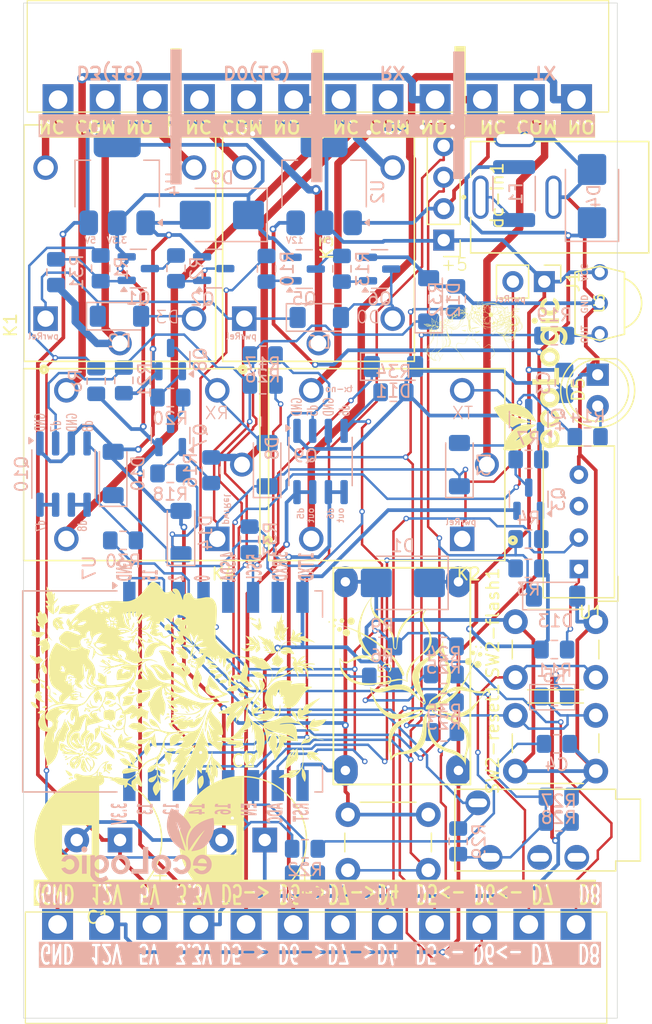
<source format=kicad_pcb>
(kicad_pcb (version 20240108) (generator "pcbnew") (generator_version "8.0")
  (layers (0 "F.Cu" signal) (31 "B.Cu" signal) (34 "B.Paste" user) (35 "F.Paste" user) (36 "B.SilkS" user "B.Silkscreen") (37 "F.SilkS" user "F.Silkscreen") (38 "B.Mask" user) (39 "F.Mask" user) (44 "Edge.Cuts" user))
  (net 0 "")
  (net 1 "Net-(U8-Tip)")
  (net 2 "/a0")
  (net 3 "/tx")
  (net 4 "/rx")
  (net 5 "/mosf1-out-d5")
  (net 6 "/d5-in")
  (net 7 "/mosf1-out-d7")
  (net 8 "/d4-1k")
  (net 9 "/d2")
  (net 10 "+5C")
  (net 11 "+12C")
  (net 12 "/d8")
  (net 13 "+3.3V")
  (net 14 "/d4")
  (net 15 "/d0")
  (net 16 "/d3")
  (net 17 "/d5")
  (net 18 "/d7")
  (net 19 "/d1")
  (net 20 "/d6")
  (net 21 "Net-(D6-A)")
  (net 22 "Net-(Q10B-G2)")
  (net 23 "/d6-in")
  (net 24 "Net-(J6-Pin_12)")
  (net 25 "Net-(D2-A)")
  (net 26 "Net-(D3-A)")
  (net 27 "Net-(U7-EN)")
  (net 28 "Net-(R19-Pad1)")
  (net 30 "Net-(Q1-C)")
  (net 31 "Net-(Q2-B)")
  (net 32 "Net-(Q3-C)")
  (net 34 "Net-(Q3-B)")
  (net 35 "Net-(Q4-B)")
  (net 36 "Net-(Q5-B)")
  (net 37 "Net-(Q5-C)")
  (net 39 "/pwrRel")
  (net 40 "Net-(Q6-B)")
  (net 41 "Net-(Q7-C)")
  (net 42 "Net-(Q7-B)")
  (net 43 "Net-(Q8-B)")
  (net 44 "Net-(J6-Pin_11)")
  (net 45 "Net-(J6-Pin_10)")
  (net 46 "Net-(F1-Pad1)")
  (net 47 "Net-(D5-A)")
  (net 48 "Net-(D8-A)")
  (net 49 "/mosf2-out-d7")
  (net 50 "/mosf1-out-d6")
  (net 51 "Net-(SW2-reset1-D)")
  (net 52 "Net-(Q1-B)")
  (net 53 "Net-(U1-VDD)")
  (net 54 "GND")
  (net 55 "Net-(SW2-flash1-D)")
  (net 56 "/d3-nc-12")
  (net 57 "/d3-com-11")
  (net 58 "/d0-no-7")
  (net 59 "/d0-com-8")
  (net 60 "/d3-no-10")
  (net 61 "/tx-com-2")
  (net 62 "/tx-nc-3")
  (net 63 "/rx-no-4")
  (net 64 "/d0-nc-9")
  (net 65 "/rx-nc-6")
  (net 66 "/tx-no-1")
  (net 67 "/rx-com-5")
  (net 68 "/d7-in")
  (net 69 "/mosf1-out-d8")
  (net 70 "Net-(J6-Pin_9)")
  (footprint "LOGO" (layer "F.Cu") (at 79.4512 102.0572)
    (property "Reference" "flowers" (hide yes))
    (property "Value" "LOGO" (hide yes))
  )
  (footprint "module-custom-for-esp8266:5.5PowerIn" (layer "F.Cu") (at 91.1717 62.9828 90)
    (property "Reference" "dc-in1")
    (property "Value" "~")
  )
  (footprint "LOGO" (layer "F.Cu") (at 89.8144 77.47 90)
    (property "Reference" "G2" (hide yes))
    (property "Value" "LOGO" (hide yes))
  )
  (footprint "LED_THT:LED_D5.0mm_IRGrey" (layer "F.Cu") (at 94.742 77.3176 -90)
    (property "Reference" "D5")
    (property "Value" "LD271")
  )
  (footprint "module-custom-for-esp8266:SW_PUSH_6mm_H4.3mm" (layer "F.Cu") (at 94.5884 109.3364 180)
    (property "Reference" "SW2-reset1")
    (property "Value" "SW" (hide yes))
  )
  (footprint "module-custom-for-esp8266:RELAY_SRD-05VDC-SL-C" (layer "F.Cu") (at 56.1121 66.6896 90)
    (property "Reference" "K1")
    (property "Value" "RELAY_SRD-05VDC")
  )
  (footprint "module-custom-for-esp8266:TSOP18XX" (layer "F.Cu") (at 94.8819 71.543 90)
    (property "Reference" "U6")
    (property "Value" "TSOP1838")
  )
  (footprint "module-custom-for-esp8266:SW_PUSH_6mm_H4.3mm" (layer "F.Cu") (at 81.05 117.35 180)
    (property "Reference" "SW1")
    (property "Value" "SW" (hide yes))
  )
  (footprint "module-custom-for-esp8266:connector-12-green-mini" (layer "F.Cu") (at 94.0305 56.102)
    (property "Reference" "J5" (hide yes))
    (property "Value" "Conn_01x12_Pin" (hide yes))
  )
  (footprint "Connector_PinHeader_2.54mm:PinHeader_1x04_P2.54mm_Vertical" (layer "F.Cu") (at 82.296 66.4464 180)
    (property "Reference" "prog1" (hide yes))
    (property "Value" "prog" (hide yes))
  )
  (footprint "module-custom-for-esp8266:RELAY_SRD-05VDC-SL-C" (layer "F.Cu") (at 72.1733 66.6896 90)
    (property "Reference" "K3")
    (property "Value" "RELAY_SRD-05VDC")
  )
  (footprint "Capacitor_THT:CP_Radial_D10.0mm_P3.50mm" (layer "F.Cu") (at 67.8305 114.902 180)
    (property "Reference" "C2")
    (property "Value" "C_Polarized_Small" (hide yes))
  )
  (footprint "module-custom-for-esp8266:mini360" (layer "F.Cu") (at 84.4475 92.915 90)
    (property "Reference" "U5")
    (property "Value" "Mini360")
  )
  (footprint "Capacitor_THT:CP_Radial_D10.0mm_P3.50mm" (layer "F.Cu") (at 56.1305 114.902 180)
    (property "Reference" "C1")
    (property "Value" "C_Polarized_Small" (hide yes))
  )
  (footprint "Connector_PinHeader_2.54mm:PinHeader_1x02_P2.54mm_Vertical" (layer "F.Cu") (at 90.429 69.7992 -90)
    (property "Reference" "J1")
    (property "Value" "powerRelay")
  )
  (footprint "module-custom-for-esp8266:RELAY_SRD-05VDC-SL-C" (layer "F.Cu") (at 77.6896 84.5788 180)
    (property "Reference" "K2")
    (property "Value" "RELAY_SRD-05VDC")
  )
  (footprint "LOGO" (layer "F.Cu") (at 84.6836 73.8124)
    (property "Reference" "womans" (hide yes))
    (property "Value" "LOGO" (hide yes))
  )
  (footprint "module-custom-for-esp8266:PJ-320A" (layer "F.Cu") (at 98.2 116.3 180)
    (property "Reference" "U8")
    (property "Value" "PJ-320A")
  )
  (footprint "Sensor:Aosong_DHT11_5.5x12.0_P2.54mm" (layer "F.Cu") (at 93.218 93.0148 180)
    (property "Reference" "U1")
    (property "Value" "DHT11")
  )
  (footprint "module-custom-for-esp8266:RELAY_SRD-05VDC-SL-C" (layer "F.Cu") (at 57.8897 84.5788 180)
    (property "Reference" "K4")
    (property "Value" "RELAY_SRD-05VDC")
  )
  (footprint "LOGO" (layer "F.Cu") (at 60.8305 102.702 90)
    (property "Reference" "woman" (hide yes))
    (property "Value" "LOGO" (hide yes))
  )
  (footprint "module-custom-for-esp8266:connector-12-green-mini" (layer "F.Cu") (at 50.0801 120.7176 180)
    (property "Reference" "J6" (hide yes))
    (property "Value" "Conn_01x12_Pin" (hide yes))
  )
  (footprint "module-custom-for-esp8266:SW_PUSH_6mm_H4.3mm" (layer "F.Cu") (at 88.0884 97.2672)
    (property "Reference" "SW2-flash1")
    (property "Value" "SW" (hide yes))
  )
  (footprint "Package_TO_SOT_SMD:SOT-23" (layer "B.Cu") (at 57.6086 68.7465)
    (property "Reference" "Q1")
    (property "Value" "2L")
  )
  (footprint "Diode_SMD:D_MiniMELF" (layer "B.Cu") (at 83.566 84.582 90)
    (property "Reference" "D3")
    (property "Value" "1N4148")
  )
  (footprint "Capacitor_SMD:C_0805_2012Metric_Pad1.18x1.45mm_HandSolder" (layer "B.Cu") (at 56.4388 77.7748 90)
    (property "Reference" "R21")
    (property "Value" "R10k")
  )
  (footprint "LOGO" (layer "B.Cu") (at 57.7596 115.824 180)
    (property "Reference" "G3" (hide yes))
    (property "Value" "LOGO" (hide yes))
  )
  (footprint "Capacitor_SMD:C_0805_2012Metric_Pad1.18x1.45mm_HandSolder" (layer "B.Cu") (at 91.5924 111.4044)
    (property "Reference" "R28")
    (property "Value" "R10k")
  )
  (footprint "Package_TO_SOT_SMD:SOT-23" (layer "B.Cu") (at 89.1681 87.376 90)
    (property "Reference" "Q3")
    (property "Value" "2L")
  )
  (footprint "Package_TO_SOT_SMD:SOT-23" (layer "B.Cu") (at 60.218 82.2283 90)
    (property "Reference" "Q7")
    (property "Value" "2L")
  )
  (footprint "Capacitor_SMD:C_0805_2012Metric_Pad1.18x1.45mm_HandSolder" (layer "B.Cu") (at 71.08 117.67)
    (property "Reference" "R12")
    (property "Value" "R1k")
  )
  (footprint "Capacitor_SMD:C_0805_2012Metric_Pad1.18x1.45mm_HandSolder" (layer "B.Cu") (at 54.2036 77.8256 -90)
    (property "Reference" "R8")
    (property "Value" "R10k")
  )
  (footprint "Diode_SMD:D_SMB" (layer "B.Cu") (at 64.3636 64.4144 180)
    (property "Reference" "D9")
    (property "Value" "SM6T3.3A-3.3V")
  )
  (footprint "Capacitor_SMD:C_0805_2012Metric_Pad1.18x1.45mm_HandSolder" (layer "B.Cu") (at 83.312 71.2216 -90)
    (property "Reference" "R32")
    (property "Value" "R10k")
  )
  (footprint "Capacitor_SMD:C_0805_2012Metric_Pad1.18x1.45mm_HandSolder" (layer "B.Cu") (at 91.4368 107.1372)
    (property "Reference" "C4")
    (property "Value" "10uF")
  )
  (footprint "Fuse:Fuse_1812_4532Metric" (layer "B.Cu") (at 87.9856 62.6872 90)
    (property "Reference" "F1")
    (property "Value" "Polyfuse_Small" (hide yes))
  )
  (footprint "Capacitor_SMD:C_0805_2012Metric_Pad1.18x1.45mm_HandSolder" (layer "B.Cu") (at 60.198 85.2932)
    (property "Reference" "R18")
    (property "Value" "R1k")
  )
  (footprint "module-custom-for-esp8266:ESP-12E_no_pins" (layer "B.Cu") (at 60.3805 102.902 -90)
    (property "Reference" "U7")
    (property "Value" "ESP-12F")
  )
  (footprint "Package_TO_SOT_SMD:SOT-23" (layer "B.Cu") (at 71.0184 68.7832)
    (property "Reference" "Q5")
    (property "Value" "2L")
  )
  (footprint "Package_TO_SOT_SMD:SOT-23" (layer "B.Cu") (at 63.7032 68.7465)
    (property "Reference" "Q2")
    (property "Value" "G1")
  )
  (footprint "Capacitor_SMD:C_0805_2012Metric_Pad1.18x1.45mm_HandSolder" (layer "B.Cu") (at 77.3176 99.2632 180)
    (property "Reference" "R9")
    (property "Value" "R10k")
  )
  (footprint "Diode_SMD:D_SMB" (layer "B.Cu") (at 78.994 94.1324 180)
    (property "Reference" "D1")
    (property "Value" "SMBJ5.0A")
  )
  (footprint "Capacitor_SMD:C_0805_2012Metric_Pad1.18x1.45mm_HandSolder" (layer "B.Cu") (at 78.232 78.74 180)
    (property "Reference" "R34")
    (property "Value" "R10k")
  )
  (footprint "Capacitor_SMD:C_0805_2012Metric_Pad1.18x1.45mm_HandSolder" (layer "B.Cu") (at 82.296 99.2632)
    (property "Reference" "R25")
    (property "Value" "R1k")
  )
  (footprint "Diode_SMD:D_MiniMELF" (layer "B.Cu") (at 55.5752 85.2932 90)
    (property "Reference" "D10")
    (property "Value" "BZV55B3V3")
  )
  (footprint "Package_SO:SOIC-8_3.9x4.9mm_P1.27mm" (layer "B.Cu") (at 72.3392 84.328 -90)
    (property "Reference" "Q9")
    (property "Value" "FDS9926A")
  )
  (footprint "Capacitor_SMD:C_0805_2012Metric_Pad1.18x1.45mm_HandSolder" (layer "B.Cu") (at 93.9292 82.3468 180)
    (property "Reference" "R14")
    (property "Value" "R100")
  )
  (footprint "Capacitor_SMD:C_0805_2012Metric_Pad1.18x1.45mm_HandSolder" (layer "B.Cu") (at 91.2368 74.168 180)
    (property "Reference" "R19")
    (property "Value" "R100")
  )
  (footprint "Capacitor_SMD:C_0805_2012Metric_Pad1.18x1.45mm_HandSolder" (layer "B.Cu") (at 67.9704 68.7632 90)
    (property "Reference" "R10")
    (property "Value" "R1k")
  )
  (footprint "Diode_SMD:D_MiniMELF" (layer "B.Cu") (at 72.2376 72.6948)
    (property "Reference" "D6")
    (property "Value" "1N4148")
  )
  (footprint "Package_TO_SOT_SMD:SOT-23" (layer "B.Cu") (at 89.1681 80.9413 90)
    (property "Reference" "Q4")
    (property "Value" "G1")
  )
  (footprint "Capacitor_SMD:C_0805_2012Metric_Pad1.18x1.45mm_HandSolder" (layer "B.Cu") (at 92.0496 77.978 -90)
    (property "Reference" "C3")
    (property "Value" "22uF")
  )
  (footprint "Capacitor_SMD:C_0805_2012Metric_Pad1.18x1.45mm_HandSolder" (layer "B.Cu") (at 60.198 79.1633)
    (property "Reference" "R20")
    (property "Value" "R1k")
  )
  (footprint "Package_TO_SOT_SMD:SOT-223-3_TabPin2" (layer "B.Cu") (at 72.6305 61.902 90)
    (property "Reference" "U2")
    (property "Value" "AMS1117-5.0")
  )
  (footprint "Capacitor_SMD:C_0805_2012Metric_Pad1.18x1.45mm_HandSolder" (layer "B.Cu") (at 54.5614 68.7265 90)
    (property "Reference" "R1")
    (property "Value" "R1k")
  )
  (footprint "Capacitor_SMD:C_0805_2012Metric_Pad1.18x1.45mm_HandSolder" (layer "B.Cu") (at 89.1481 84.1586 180)
    (property "Reference" "R7")
    (property "Value" "R1k")
  )
  (footprint "Diode_SMD:D_MiniMELF" (layer "B.Cu") (at 78.232 76.6572)
    (property "Reference" "D11")
    (property "Value" "BZV55B3V3")
  )
  (footprint "Capacitor_SMD:C_0805_2012Metric_Pad1.18x1.45mm_HandSolder" (layer "B.Cu") (at 56.38 90.7)
    (property "Reference" "R30")
    (property "Value" "R-4k7-opt")
  )
  (footprint "Capacitor_SMD:C_0805_2012Metric_Pad1.18x1.45mm_HandSolder" (layer "B.Cu") (at 89.1481 90.5933 180)
    (property "Reference" "R4")
    (property "Value" "R1k")
  )
  (footprint "Capacitor_SMD:C_0805_2012Metric_Pad1.18x1.45mm_HandSolder" (layer "B.Cu") (at 82.296 103.7844)
    (property "Reference" "R23")
    (property "Value" "R1k-opt")
  )
  (footprint "Diode_SMD:D_MiniMELF" (layer "B.Cu") (at 56.0832 72.5932)
    (property "Reference" "D2")
    (property "Value" "1N4148")
  )
  (footprint "Package_TO_SOT_SMD:SOT-23" (layer "B.Cu") (at 77.1144 68.7832)
    (property "Reference" "Q6")
    (property "Value" "G1")
  )
  (footprint "Capacitor_SMD:C_0805_2012Metric_Pad1.18x1.45mm_HandSolder" (layer "B.Cu") (at 60.6559 68.7265 90)
    (property "Reference" "R2")
    (property "Value" "R1k")
  )
  (footprint "Capacitor_SMD:C_0805_2012Metric_Pad1.18x1.45mm_HandSolder" (layer "B.Cu") (at 83.4644 115.0112 90)
    (property "Reference" "R29")
    (property "Value" "33R-opt")
  )
  (footprint "Capacitor_SMD:C_0805_2012Metric_Pad1.18x1.45mm_HandSolder" (layer "B.Cu") (at 82.296 101.5238 180)
    (property "Reference" "R24")
    (property "Value" "R1k-opt")
  )
  (footprint "Package_TO_SOT_SMD:SOT-23" (layer "B.Cu") (at 60.218 76.0984 90)
    (property "Reference" "Q8")
    (property "Value" "G1")
  )
  (footprint "Capacitor_SMD:C_0805_2012Metric_Pad1.18x1.45mm_HandSolder" (layer "B.Cu") (at 50.9524 69.0372 90)
    (property "Reference" "R31")
    (property "Value" "d3-as-input")
  )
  (footprint "Capacitor_SMD:C_0805_2012Metric_Pad1.18x1.45mm_HandSolder" (layer "B.Cu") (at 67.6656 75.7428)
    (property "Reference" "R26")
    (property "Value" "R-4k7")
  )
  (footprint "Capacitor_SMD:C_0805_2012Metric_Pad1.18x1.45mm_HandSolder" (layer "B.Cu") (at 91.2368 103.3122 180)
    (property "Reference" "R5")
    (property "Value" "R10k-opt")
  )
  (footprint "Package_SO:SOIC-8_3.9x4.9mm_P1.27mm" (layer "B.Cu") (at 51.562 85.344 -90)
    (property "Reference" "Q10")
    (property "Value" "FDS9926A")
  )
  (footprint "Capacitor_SMD:C_0805_2012Metric_Pad1.18x1.45mm_HandSolder" (layer "B.Cu") (at 77.3176 101.7016 180)
    (property "Reference" "R6")
    (property "Value" "R10k")
  )
  (footprint "Diode_SMD:D_MiniMELF" (layer "B.Cu") (at 91.3384 95.1992)
    (property "Reference" "D13")
    (property "Value" "BZV55B3V3")
  )
  (footprint "Capacitor_SMD:C_0805_2012Metric_Pad1.18x1.45mm_HandSolder" (layer "B.Cu") (at 71.08 115.61)
    (property "Reference" "R22")
    (property "Value" "R1k")
  )
  (footprint "Diode_SMD:D_MiniMELF" (layer "B.Cu") (at 68.0212 84.582 90)
    (property "Reference" "D8")
    (property "Value" "1N4148")
  )
  (footprint "Capacitor_SMD:C_0805_2012Metric_Pad1.18x1.45mm_HandSolder" (layer "B.Cu") (at 63.5 85.0392 -90)
    (property "Reference" "R16")
    (property "Value" "rx-as-input")
  )
  (footprint "Package_TO_SOT_SMD:SOT-223-3_TabPin2" (layer "B.Cu") (at 55.9 61.902 90)
    (property "Reference" "U4")
    (property "Value" "AMS1117-3.3")
  )
  (footprint "Capacitor_SMD:C_0805_2012Metric_Pad1.18x1.45mm_HandSolder" (layer "B.Cu") (at 74.0664 68.7632 90)
    (property "Reference" "R13")
    (property "Value" "R1k")
  )
  (footprint "Capacitor_SMD:C_0805_2012Metric_Pad1.18x1.45mm_HandSolder" (layer "B.Cu") (at 91.2368 99.5172)
    (property "Reference" "R11")
    (property "Value" "33R")
  )
  (footprint "Diode_SMD:D_MiniMELF" (layer "B.Cu") (at 61.0616 90.0684 90)
    (property "Reference" "D14")
    (property "Value" "BZV55B3V3")
  )
  (footprint "Diode_SMD:D_MiniMELF" (layer "B.Cu") (at 81.0768 71.2724 90)
    (property "Reference" "D12")
    (property "Value" "BZV55B3V3")
  )
  (footprint "Capacitor_SMD:C_0805_2012Metric_Pad1.18x1.45mm_HandSolder" (layer "B.Cu") (at 66.5988 90.6272 90)
    (property "Reference" "R33")
    (property "Value" "R-4k7")
  )
  (footprint "Diode_SMD:D_SMB" (layer "B.Cu") (at 94.2848 62.8904 90)
    (property "Reference" "D4")
    (property "Value" "SMBJ15A")
  )
  (footprint "Capacitor_SMD:C_0805_2012Metric_Pad1.18x1.45mm_HandSolder" (layer "B.Cu") (at 89.1481 92.964)
    (property "Reference" "R3")
    (property "Value" "R-4k7")
  )
  (footprint "Capacitor_SMD:C_0805_2012Metric_Pad1.18x1.45mm_HandSolder" (layer "B.Cu") (at 91.5924 113.4364 180)
    (property "Reference" "R27")
    (property "Value" "R10k")
  )
  (footprint "Capacitor_SMD:C_0805_2012Metric_Pad1.18x1.45mm_HandSolder" (layer "B.Cu") (at 67.6656 78.1304 180)
    (property "Reference" "R17")
    (property "Value" "R-4k7")
  )
  (footprint "Capacitor_SMD:C_0805_2012Metric_Pad1.18x1.45mm_HandSolder" (layer "B.Cu") (at 82.32 106.18 180)
    (property "Reference" "R35")
    (property "Value" "R1k-opt")
  )
  (gr_rect (start 71.628 51.3588) (end 72.4408 61.722) (stroke (width 0.1)) (fill solid) (layer "B.SilkS"))
  (gr_rect (start 83.1088 51.2572) (end 83.9216 61.468) (stroke (width 0.1)) (fill solid) (layer "B.SilkS"))
  (gr_rect (start 89.2556 102.342845) (end 92.901685 104.394) (stroke (width 0.1)) (fill none) (layer "B.SilkS"))
  (gr_rect (start 60.2488 51.0794) (end 61.0616 61.8998) (stroke (width 0.1)) (fill solid) (layer "B.SilkS"))
  (gr_rect (start 60.2488 51.0032) (end 61.0616 58.2168) (stroke (width 0.1)) (fill solid) (layer "F.SilkS"))
  (gr_rect (start 71.7296 51.1048) (end 72.5424 58.2168) (stroke (width 0.1)) (fill solid) (layer "F.SilkS"))
  (gr_rect (start 83.2104 50.8254) (end 84.0232 58.2422) (stroke (width 0.1)) (fill solid) (layer "F.SilkS"))
  (gr_rect (start 48.3305 47.2948) (end 96.3305 129.2948) (stroke (width 0.05)) (fill none) (layer "Edge.Cuts"))
  (gr_text "RX" (at 65 81 0) (layer "B.SilkS") (effects (font (size 1 1) (thickness 0.1)) (justify left bottom mirror)))
  (gr_text "TX" (at 84.75 81 0) (layer "B.SilkS") (effects (font (size 1 1) (thickness 0.1)) (justify left bottom mirror)))
  (gr_text "d7\n\n\nd8" (at 53.5 89 90) (layer "B.SilkS") (effects (font (size 0.7 0.5) (thickness 0.1)) (justify left bottom mirror)))
  (gr_text "pwrRel" (at 89 71.5 0) (layer "B.SilkS") (effects (font (size 0.5 0.5) (thickness 0.1)) (justify left bottom mirror)))
  (gr_text "D0" (at 77.25 73.25 0) (layer "B.SilkS") (effects (font (size 1 1) (thickness 0.1)) (justify left bottom mirror)))
  (gr_text "D3" (at 61 73.25 0) (layer "B.SilkS") (effects (font (size 1 1) (thickness 0.1)) (justify left bottom mirror)))
  (gr_text "12V" (at 71 66.75 0) (layer "B.SilkS") (effects (font (size 0.5 0.5) (thickness 0.1)) (justify left bottom mirror)))
  (gr_text "3.3V" (at 56.75 66.75 0) (layer "B.SilkS") (effects (font (size 0.5 0.5) (thickness 0.1)) (justify left bottom mirror)))
  (gr_text "5V" (at 73.25 66.75 0) (layer "B.SilkS") (effects (font (size 0.5 0.5) (thickness 0.1)) (justify left bottom mirror)))
  (gr_text "pwrRel" (at 51.25 74.5 0) (layer "B.SilkS") (effects (font (size 0.5 0.5) (thickness 0.1)) (justify left bottom mirror)))
  (gr_text "GND\nd5\nGND\nd6\n" (at 74.75 80.75 90) (layer "B.SilkS") (effects (font (size 0.8 0.5) (thickness 0.1)) (justify right bottom mirror)))
  (gr_text "GND\nd7\nGND\nd8\n" (at 54 82 90) (layer "B.SilkS") (effects (font (size 0.8 0.5) (thickness 0.1)) (justify right bottom mirror)))
  (gr_text "pwrRel" (at 85 89.5 0) (layer "B.SilkS") (effects (font (size 0.5 0.5) (thickness 0.1)) (justify left bottom mirror)))
  (gr_text "d5\nout\n\nd6\nout\n" (at 74.25 88 90) (layer "B.SilkS") (effects (font (size 0.5 0.5) (thickness 0.1)) (justify left bottom mirror)))
  (gr_text "GND  12V  5V  3.3V D5-> D6->D7->D4  D5<- D6<- D7   D8" (at 49.5808 118.364 180) (layer "B.SilkS" knockout) (effects (font (size 1.5 0.9) (thickness 0.2) (bold yes)) (justify left bottom mirror)))
  (gr_text "pwrRel" (at 64.5 89.5 -90) (layer "B.SilkS") (effects (font (size 0.5 0.5) (thickness 0.1)) (justify left bottom mirror)))
  (gr_text "NC COM NO | NC COM NO | NC COM NO | NC COM NO" (at 49.3776 56.6928 180) (layer "B.SilkS" knockout) (effects (font (size 1 1.05) (thickness 0.2) (bold yes)) (justify left bottom mirror)))
  (gr_text "   D3(18)        D0(16)         RX             TX" (at 50.0888 52.324 180) (layer "B.SilkS") (effects (font (size 1 1.05) (thickness 0.2) (bold yes)) (justify left bottom mirror)))
  (gr_text "tx-no" (at 75 78.75 0) (layer "B.SilkS") (effects (font (size 0.5 0.5) (thickness 0.1)) (justify left bottom mirror)))
  (gr_text "GND  12V  5V  3.3V D5-> D6->D7->D4  D5<- D6<- D7   D8" (at 49.53 123.19 180) (layer "B.SilkS" knockout) (effects (font (size 1.5 0.9) (thickness 0.2) (bold yes)) (justify left bottom mirror)))
  (gr_text "5V" (at 54.25 66.75 0) (layer "B.SilkS") (effects (font (size 0.5 0.5) (thickness 0.1)) (justify left bottom mirror)))
  (gr_text "pwrRel" (at 67.25 74.5 0) (layer "B.SilkS") (effects (font (size 0.5 0.5) (thickness 0.1)) (justify left bottom mirror)))
  (gr_text "+5" (at 82 69 0) (layer "F.SilkS") (effects (font (size 1 1) (thickness 0.1)) (justify left bottom)))
  (gr_text "GND  12V  5V  3.3V D5-> D6->D7->D4  D5<- D6<- D7   D8" (at 94.6404 120.142 0) (layer "F.SilkS" knockout) (effects (font (size 1.5 0.9) (thickness 0.2) (bold yes)) (justify right bottom)))
  (gr_text "NC COM NO | NC COM NO | NC COM NO | NC COM NO\n    D3      |     D0       |     RX     |    TX" (at 49.53 57.9628 0) (layer "F.SilkS" knockout) (effects (font (size 0.5 1.05) (thickness 0.125)) (justify left bottom)))
  (segment (start 87.6913 116.3) (end 86.05 116.3) (width 0.2) (layer "B.Cu") (net 1))
  (segment (start 86.64 109.8857) (end 88.1587 111.4044) (width 0.2) (layer "B.Cu") (net 1))
  (segment (start 83.7157 116.3) (end 86.05 116.3) (width 0.2) (layer "B.Cu") (net 1))
  (segment (start 90.5549 113.4364) (end 87.6913 116.3) (width 0.2) (layer "B.Cu") (net 1))
  (segment (start 90.3993 107.1372) (end 88.2611 107.1372) (width 0.2) (layer "B.Cu") (net 1))
  (segment (start 88.2611 107.1372) (end 86.64 108.7583) (width 0.2) (layer "B.Cu") (net 1))
  (segment (start 86.64 108.7583) (end 86.64 109.8857) (width 0.2) (layer "B.Cu") (net 1))
  (segment (start 90.5549 111.4044) (end 90.5549 113.4364) (width 0.2) (layer "B.Cu") (net 1))
  (segment (start 88.1587 111.4044) (end 90.5549 111.4044) (width 0.2) (layer "B.Cu") (net 1))
  (segment (start 83.4644 116.0487) (end 83.7157 116.3) (width 0.2) (layer "B.Cu") (net 1))
  (segment (start 85.05 111.9) (end 83.8503 111.9) (width 0.2) (layer "B.Cu") (net 2))
  (segment (start 80.9476 108.058) (end 77.6737 104.7841) (width 0.2) (layer "B.Cu") (net 2))
  (segment (start 83.8503 111.9) (end 80.9476 108.9973) (width 0.2) (layer "B.Cu") (net 2))
  (segment (start 66.8109 104.7841) (end 58.8805 96.8537) (width 0.2) (layer "B.Cu") (net 2))
  (segment (start 58.8805 95.302) (end 58.8805 96.8537) (width 0.2) (layer "B.Cu") (net 2))
  (segment (start 80.9476 108.9973) (end 80.9476 108.058) (width 0.2) (layer "B.Cu") (net 2))
  (segment (start 85.05 112.3881) (end 85.05 111.9) (width 0.2) (layer "B.Cu") (net 2))
  (segment (start 77.6737 104.7841) (end 66.8109 104.7841) (width 0.2) (layer "B.Cu") (net 2))
  (segment (start 83.4644 113.9737) (end 85.05 112.3881) (width 0.2) (layer "B.Cu") (net 2))
  (segment (start 81.9141 62.5181) (end 82.296 62.5181) (width 0.2) (layer "F.Cu") (net 3))
  (segment (start 81.0364 89.604) (end 81.0364 63.3958) (width 0.2) (layer "F.Cu") (net 3))
  (segment (start 80.4155 108.2888) (end 81.9476 106.7567) (width 0.2) (layer "F.Cu") (net 3))
  (segment (start 82.296 61.3664) (end 82.296 62.5181) (width 0.2) (layer "F.Cu") (net 3))
  (segment (start 81.9476 90.5152) (end 81.0364 89.604) (width 0.2) (layer "F.Cu") (net 3))
  (segment (start 81.0364 63.3958) (end 81.9141 62.5181) (width 0.2) (layer "F.Cu") (net 3))
  (segment (start 81.9476 106.7567) (end 81.9476 90.5152) (width 0.2) (layer "F.Cu") (net 3))
  (via (at 81.9476 90.5152) (size 0.45) (drill 0.25) (layers "F.Cu" "B.Cu") (net 3))
  (via (at 80.4155 108.2888) (size 0.45) (drill 0.25) (layers "F.Cu" "B.Cu") (net 3))
  (segment (start 88.7149 91.9018) (end 89.0774 92.2643) (width 0.2) (layer "B.Cu") (net 3))
  (segment (start 67.1356 106.997) (end 66.9708 107.1618) (width 0.2) (layer "B.Cu") (net 3))
  (segment (start 82.6568 91.9018) (end 81.9476 91.1926) (width 0.2) (layer "B.Cu") (net 3))
  (segment (start 56.8805 108.9503) (end 58.669 107.1618) (width 0.2) (layer "B.Cu") (net 3))
  (segment (start 88.1106 90.5933) (end 88.1106 91.9018) (width 0.2) (layer "B.Cu") (net 3))
  (segment (start 56.8805 110.502) (end 56.8805 108.9503) (width 0.2) (layer "B.Cu") (net 3))
  (segment (start 88.1106 91.9018) (end 88.7149 91.9018) (width 0.2) (layer "B.Cu") (net 3))
  (segment (start 89.0774 94.6882) (end 89.5884 95.1992) (width 0.2) (layer "B.Cu") (net 3))
  (segment (start 89.0774 92.2643) (end 89.0774 94.6882) (width 0.2) (layer "B.Cu") (net 3))
  (segment (start 78.5337 106.407) (end 71.804 106.407) (width 0.2) (layer "B.Cu") (net 3))
  (segment (start 58.669 107.1618) (end 66.9708 107.1618) (width 0.2) (layer "B.Cu") (net 3))
  (segment (start 68.0771 106.0555) (end 67.1356 106.997) (width 0.2) (layer "B.Cu") (net 3))
  (segment (start 71.804 106.407) (end 71.4525 106.0555) (width 0.2) (layer "B.Cu") (net 3))
  (segment (start 71.4525 106.0555) (end 68.0771 106.0555) (width 0.2) (layer "B.Cu") (net 3))
  (segment (start 81.9476 91.1926) (end 81.9476 90.5152) (width 0.2) (layer "B.Cu") (net 3))
  (segment (start 88.1106 91.9018) (end 82.6568 91.9018) (width 0.2) (layer "B.Cu") (net 3))
  (segment (start 67.1356 106.997) (end 66.9708 107.1618) (width 0.2) (layer "B.Cu") (net 3))
  (segment (start 80.4155 108.2888) (end 78.5337 106.407) (width 0.2) (layer "B.Cu") (net 3))
  (segment (start 60.3629 105.5485) (end 60.3629 90.204) (width 0.2) (layer "F.Cu") (net 4))
  (segment (start 73.0261 83.3432) (end 73.0261 91.8902) (width 0.2) (layer "F.Cu") (net 4))
  (segment (start 82.296 58.8264) (end 82.296 59.9781) (width 0.2) (layer "F.Cu") (net 4))
  (segment (start 73.0261 91.8902) (end 71.236 93.6803) (width 0.2) (layer "F.Cu") (net 4))
  (segment (start 76.8816 72.2546) (end 76.8816 79.4877) (width 0.2) (layer "F.Cu") (net 4))
  (segment (start 80.5507 68.5855) (end 76.8816 72.2546) (width 0.2) (layer "F.Cu") (net 4))
  (segment (start 76.8816 79.4877) (end 73.0261 83.3432) (width 0.2) (layer "F.Cu") (net 4))
  (segment (start 71.236 93.6803) (end 71.236 106.6078) (width 0.2) (layer "F.Cu") (net 4))
  (segment (start 62.6467 107.8323) (end 60.3629 105.5485) (width 0.2) (layer "F.Cu") (net 4))
  (segment (start 80.5507 61.4355) (end 80.5507 68.5855) (width 0.2) (layer "F.Cu") (net 4))
  (segment (start 82.296 59.9781) (end 82.0081 59.9781) (width 0.2) (layer "F.Cu") (net 4))
  (segment (start 82.0081 59.9781) (end 80.5507 61.4355) (width 0.2) (layer "F.Cu") (net 4))
  (via (at 60.3629 90.204) (size 0.45) (drill 0.25) (layers "F.Cu" "B.Cu") (net 4))
  (via (at 62.6467 107.8323) (size 0.45) (drill 0.25) (layers "F.Cu" "B.Cu") (net 4))
  (via (at 71.236 106.6078) (size 0.45) (drill 0.25) (layers "F.Cu" "B.Cu") (net 4))
  (segment (start 60.3629 90.204) (end 60.3629 91.1197) (width 0.2) (layer "B.Cu") (net 4))
  (segment (start 67.0685 107.8323) (end 62.6467 107.8323) (width 0.2) (layer "B.Cu") (net 4))
  (segment (start 60.3629 91.1197) (end 61.0616 91.8184) (width 0.2) (layer "B.Cu") (net 4))
  (segment (start 62.6467 107.8323) (end 59.9985 107.8323) (width 0.2) (layer "B.Cu") (net 4))
  (segment (start 61.5763 90.3088) (end 62.3698 89.5153) (width 0.2) (layer "B.Cu") (net 4))
  (segment (start 60.4677 90.3088) (end 61.5763 90.3088) (width 0.2) (layer "B.Cu") (net 4))
  (segment (start 58.8805 110.502) (end 58.8805 108.9503) (width 0.2) (layer "B.Cu") (net 4))
  (segment (start 68.293 106.6078) (end 67.0685 107.8323) (width 0.2) (layer "B.Cu") (net 4))
  (segment (start 62.3698 89.5153) (end 62.3698 86.4275) (width 0.2) (layer "B.Cu") (net 4))
  (segment (start 59.9985 107.8323) (end 58.8805 108.9503) (width 0.2) (layer "B.Cu") (net 4))
  (segment (start 71.236 106.6078) (end 68.293 106.6078) (width 0.2) (layer "B.Cu") (net 4))
  (segment (start 62.3698 86.4275) (end 61.2355 85.2932) (width 0.2) (layer "B.Cu") (net 4))
  (segment (start 60.3629 90.204) (end 60.4677 90.3088) (width 0.2) (layer "B.Cu") (net 4))
  (segment (start 66.3201 121.7176) (end 66.3201 102.4091) (width 0.3) (layer "F.Cu") (net 5))
  (segment (start 66.4294 94.9997) (end 68.6836 92.7455) (width 0.3) (layer "F.Cu") (net 5))
  (segment (start 66.3201 102.4091) (end 66.4294 102.2998) (width 0.3) (layer "F.Cu") (net 5))
  (segment (start 68.6836 91.9357) (end 69.5942 91.0251) (width 0.3) (layer "F.Cu") (net 5))
  (segment (start 66.4294 102.2998) (end 66.4294 94.9997) (width 0.3) (layer "F.Cu") (net 5))
  (segment (start 68.6836 92.7455) (end 68.6836 91.9357) (width 0.3) (layer "F.Cu") (net 5))
  (via (at 69.5942 91.0251) (size 0.55) (drill 0.3) (layers "F.Cu" "B.Cu") (net 5))
  (segment (start 71.7042 86.803) (end 70.4342 86.803) (width 0.3) (layer "B.Cu") (net 5))
  (segment (start 69.5942 87.643) (end 69.5942 91.0251) (width 0.3) (layer "B.Cu") (net 5))
  (segment (start 70.4342 86.803) (end 69.5942 87.643) (width 0.3) (layer "B.Cu") (net 5))
  (segment (start 79.7928 84.554) (end 79.22 83.9812) (width 0.2) (layer "F.Cu") (net 6))
  (segment (start 79.6245 83.5767) (end 79.6245 72.243) (width 0.2) (layer "F.Cu") (net 6))
  (segment (start 79.7928 105.1576) (end 79.7928 84.554) (width 0.2) (layer "F.Cu") (net 6))
  (segment (start 79.22 83.9812) (end 79.6245 83.5767) (width 0.2) (layer "F.Cu") (net 6))
  (segment (start 79.2989 105.6515) (end 79.7928 105.1576) (width 0.2) (layer "F.Cu") (net 6))
  (via (at 79.2989 105.6515) (size 0.45) (drill 0.25) (layers "F.Cu" "B.Cu") (net 6))
  (via (at 79.6245 72.243) (size 0.45) (drill 0.25) (layers "F.Cu" "B.Cu") (net 6))
  (via (at 79.22 83.9812) (size 0.45) (drill 0.25) (layers "F.Cu" "B.Cu") (net 6))
  (segment (start 71.7042 80.427) (end 71.7042 81.853) (width 0.2) (layer "B.Cu") (net 6))
  (segment (start 70.0836 80.427) (end 71.7042 80.427) (width 0.2) (layer "B.Cu") (net 6))
  (segment (start 79.6245 72.243) (end 79.8409 72.0266) (width 0.2) (layer "B.Cu") (net 6))
  (segment (start 70.1357 77.1754) (end 72.1593 77.1754) (width 0.2) (layer "B.Cu") (net 6))
  (segment (start 73.0311 78.0472) (end 73.0311 79.2177) (width 0.2) (layer "B.Cu") (net 6))
  (segment (start 79.22 83.9812) (end 70.7372 83.9812) (width 0.2) (layer "B.Cu") (net 6))
  (segment (start 73.0311 79.2177) (end 71.8218 80.427) (width 0.2) (layer "B.Cu") (net 6))
  (segment (start 83.0795 72.0266) (end 83.312 72.2591) (width 0.2) (layer "B.Cu") (net 6))
  (segment (start 71.8218 80.427) (end 71.7042 80.427) (width 0.2) (layer "B.Cu") (net 6))
  (segment (start 69.7309 80.7797) (end 70.0836 80.427) (width 0.2) (layer "B.Cu") (net 6))
  (segment (start 80.754 105.6515) (end 81.2825 106.18) (width 0.2) (layer "B.Cu") (net 6))
  (segment (start 79.2989 105.6515) (end 80.754 105.6515) (width 0.2) (layer "B.Cu") (net 6))
  (segment (start 68.7031 75.7428) (end 70.1357 77.1754) (width 0.2) (layer "B.Cu") (net 6))
  (segment (start 72.1593 77.1754) (end 73.0311 78.0472) (width 0.2) (layer "B.Cu") (net 6))
  (segment (start 79.8409 72.0266) (end 83.0795 72.0266) (width 0.2) (layer "B.Cu") (net 6))
  (segment (start 69.7309 82.9749) (end 69.7309 80.7797) (width 0.2) (layer "B.Cu") (net 6))
  (segment (start 70.7372 83.9812) (end 69.7309 82.9749) (width 0.2) (layer "B.Cu") (net 6))
  (segment (start 49.657 87.819) (end 50.927 87.819) (width 0.3) (layer "B.Cu") (net 7))
  (segment (start 77.809 118.6798) (end 78.2349 118.2539) (width 0.2) (layer "F.Cu") (net 8))
  (segment (start 78.2349 118.2539) (end 78.2349 89.9651) (width 0.2) (layer "F.Cu") (net 8))
  (segment (start 77.7501 118.7387) (end 77.809 118.6798) (width 0.2) (layer "F.Cu") (net 8))
  (segment (start 77.7501 121.7176) (end 77.7501 118.7387) (width 0.2) (layer "F.Cu") (net 8))
  (segment (start 78.2349 89.9651) (end 79.2661 88.9339) (width 0.2) (layer "F.Cu") (net 8))
  (via (at 79.2661 88.9339) (size 0.45) (drill 0.25) (layers "F.Cu" "B.Cu") (net 8))
  (via (at 77.809 118.6798) (size 0.45) (drill 0.25) (layers "F.Cu" "B.Cu") (net 8))
  (segment (start 85.9951 88.9339) (end 86.6197 89.5585) (width 0.2) (layer "B.Cu") (net 8))
  (segment (start 72.1175 117.67) (end 73.1273 118.6798) (width 0.2) (layer "B.Cu") (net 8))
  (segment (start 92.0353 91.6575) (end 93.218 90.4748) (width 0.2) (layer "B.Cu") (net 8))
  (segment (start 86.6197 89.5585) (end 88.7297 89.5585) (width 0.2) (layer "B.Cu") (net 8))
  (segment (start 89.2572 90.086) (end 89.2572 91.3038) (width 0.2) (layer "B.Cu") (net 8))
  (segment (start 89.6109 91.6575) (end 92.0353 91.6575) (width 0.2) (layer "B.Cu") (net 8))
  (segment (start 79.2661 88.9339) (end 85.9951 88.9339) (width 0.2) (layer "B.Cu") (net 8))
  (segment (start 88.7297 89.5585) (end 89.2572 90.086) (width 0.2) (layer "B.Cu") (net 8))
  (segment (start 89.2572 91.3038) (end 89.6109 91.6575) (width 0.2) (layer "B.Cu") (net 8))
  (segment (start 73.1273 118.6798) (end 77.809 118.6798) (width 0.2) (layer "B.Cu") (net 8))
  (segment (start 65.2146 101.7746) (end 65.3064 101.6828) (width 0.2) (layer "F.Cu") (net 9))
  (segment (start 65.2146 113.1342) (end 65.2146 112.8797) (width 0.2) (layer "F.Cu") (net 9))
  (segment (start 88.1609 86.4097) (end 88.4283 86.1423) (width 0.2) (layer "F.Cu") (net 9))
  (segment (start 65.3064 101.6828) (end 65.3064 89.3754) (width 0.2) (layer "F.Cu") (net 9))
  (segment (start 65.2146 112.8797) (end 65.2146 113.1342) (width 0.2) (layer "F.Cu") (net 9))
  (segment (start 88.4283 86.1423) (end 88.4283 79.563) (width 0.2) (layer "F.Cu") (net 9))
  (segment (start 65.2146 113.1342) (end 65.2146 101.7746) (width 0.2) (layer "F.Cu") (net 9))
  (segment (start 65.3064 89.3754) (end 65.4406 89.2412) (width 0.2) (layer "F.Cu") (net 9))
  (via (at 65.4406 89.2412) (size 0.45) (drill 0.25) (layers "F.Cu" "B.Cu") (net 9))
  (via (at 65.2146 113.1342) (size 0.45) (drill 0.25) (layers "F.Cu" "B.Cu") (net 9))
  (via (at 88.1609 86.4097) (size 0.45) (drill 0.25) (layers "F.Cu" "B.Cu") (net 9))
  (via (at 88.4283 79.563) (size 0.45) (drill 0.25) (layers "F.Cu" "B.Cu") (net 9))
  (segment (start 70.1087 85.3724) (end 69.5945 85.8866) (width 0.2) (layer "B.Cu") (net 9))
  (segment (start 69.5945 86.5417) (end 67.9823 88.1539) (width 0.2) (layer "B.Cu") (net 9))
  (segment (start 66.3636 88.1539) (end 65.4406 89.0769) (width 0.2) (layer "B.Cu") (net 9))
  (segment (start 65.2146 113.1342) (end 64.1341 112.0537) (width 0.2) (layer "B.Cu") (net 9))
  (segment (start 87.2301 87.3405) (end 77.7359 87.3405) (width 0.2) (layer "B.Cu") (net 9))
  (segment (start 89.5089 78.964) (end 88.7644 78.964) (width 0.2) (layer "B.Cu") (net 9))
  (segment (start 88.1609 86.4097) (end 87.2301 87.3405) (width 0.2) (layer "B.Cu") (net 9))
  (segment (start 77.7359 87.3405) (end 75.7678 85.3724) (width 0.2) (layer "B.Cu") (net 9))
  (segment (start 88.7644 78.964) (end 88.4283 79.3001) (width 0.2) (layer "B.Cu") (net 9))
  (segment (start 64.1341 112.0537) (end 62.8805 112.0537) (width 0.2) (layer "B.Cu") (net 9))
  (segment (start 92.8917 82.3468) (end 89.5089 78.964) (width 0.2) (layer "B.Cu") (net 9))
  (segment (start 67.9823 88.1539) (end 66.3636 88.1539) (width 0.2) (layer "B.Cu") (net 9))
  (segment (start 62.8805 110.502) (end 62.8805 112.0537) (width 0.2) (layer "B.Cu") (net 9))
  (segment (start 65.4406 89.0769) (end 65.4406 89.2412) (width 0.2) (layer "B.Cu") (net 9))
  (segment (start 69.5945 85.8866) (end 69.5945 86.5417) (width 0.2) (layer "B.Cu") (net 9))
  (segment (start 65.2146 113.1342) (end 65.2146 112.8797) (width 0.2) (layer "B.Cu") (net 9))
  (segment (start 65.2146 112.8797) (end 65.2146 113.1342) (width 0.2) (layer "B.Cu") (net 9))
  (segment (start 88.4283 79.3001) (end 88.4283 79.563) (width 0.2) (layer "B.Cu") (net 9))
  (segment (start 75.7678 85.3724) (end 70.1087 85.3724) (width 0.2) (layer "B.Cu") (net 9))
  (segment (start 89.1892 89.795) (end 89.1892 76.9281) (width 0.3) (layer "F.Cu") (net 10))
  (segment (start 56.1305 114.9703) (end 56.1305 116.3537) (width 0.3) (layer "F.Cu") (net 10))
  (segment (start 51.517 65.9686) (end 51.5538 66.0054) (width 0.3) (layer "F.Cu") (net 10))
  (segment (start 84.9392 94.045) (end 89.1892 89.795) (width 0.3) (layer "F.Cu") (net 10))
  (segment (start 84.382 97.8542) (end 84.9392 97.297) (width 0.3) (layer "F.Cu") (net 10))
  (segment (start 51.5538 74.321) (end 49.4902 76.3846) (width 0.3) (layer "F.Cu") (net 10))
  (segment (start 56.1305 114.902) (end 54.6788 114.902) (width 0.3) (layer "F.Cu") (net 10))
  (segment (start 90.429 69.7992) (end 90.429 71.1009) (width 0.3) (layer "F.Cu") (net 10))
  (segment (start 89.1892 72.3407) (end 90.429 71.1009) (width 0.3) (layer "F.Cu") (net 10))
  (segment (start 51.5538 66.0054) (end 51.5538 74.321) (width 0.3) (layer "F.Cu") (net 10))
  (segment (start 49.4902 76.3846) (end 49.4902 109.6225) (width 0.3) (layer "F.Cu") (net 10))
  (segment (start 51.517 65.9686) (end 51.5538 66.0054) (width 0.3) (layer "F.Cu") (net 10))
  (segment (start 56.1305 116.3537) (end 58.7001 118.9233) (width 0.3) (layer "F.Cu") (net 10))
  (segment (start 49.4902 109.6225) (end 54.6788 114.8111) (width 0.3) (layer "F.Cu") (net 10))
  (segment (start 83.4875 94.045) (end 84.9392 94.045) (width 0.3) (layer "F.Cu") (net 10))
  (segment (start 84.9392 97.297) (end 84.9392 94.045) (width 0.3) (layer "F.Cu") (net 10))
  (segment (start 51.5538 66.0054) (end 51.517 65.9686) (width 0.3) (layer "F.Cu") (net 10))
  (segment (start 56.1305 114.9703) (end 56.1305 114.902) (width 0.3) (layer "F.Cu") (net 10))
  (segment (start 54.6788 114.8111) (end 54.6788 114.902) (width 0.3) (layer "F.Cu") (net 10))
  (segment (start 89.1892 76.9281) (end 89.1892 72.3407) (width 0.3) (layer "F.Cu") (net 10))
  (segment (start 58.7001 118.9233) (end 58.7001 121.7176) (width 0.3) (layer "F.Cu") (net 10))
  (via (at 51.517 65.9686) (size 0.55) (drill 0.3) (layers "F.Cu" "B.Cu") (net 10))
  (via (at 89.1892 76.9281) (size 0.55) (drill 0.3) (layers "F.Cu" "B.Cu") (net 10))
  (via (at 84.382 97.8542) (size 0.55) (drill 0.3) (layers "F.Cu" "B.Cu") (net 10))
  (segment (start 81.9484 94.1324) (end 82.0358 94.045) (width 0.3) (layer "B.Cu") (net 10))
  (segment (start 51.5538 66.0054) (end 51.517 65.9686) (width 0.3) (layer "B.Cu") (net 10))
  (segment (start 53.6 65.052) (end 52.4336 65.052) (width 0.3) (layer "B.Cu") (net 10))
  (segment (start 90.717 93.4954) (end 90.1856 92.964) (width 0.3) (layer "B.Cu") (net 10))
  (segment (start 72.8231 64.8594) (end 72.8231 58.9446) (width 0.3) (layer "B.Cu") (net 10))
  (segment (start 83.4875 94.045) (end 82.0358 94.045) (width 0.3) (layer "B.Cu") (net 10))
  (segment (start 90.717 98.7406) (end 90.717 93.4954) (width 0.3) (layer "B.Cu") (net 10))
  (segment (start 77.3849 66.5945) (end 74.173 66.5945) (width 0.3) (layer "B.Cu") (net 10))
  (segment (start 92.4857 69.0442) (end 91.7307 69.7992) (width 0.3) (layer "B.Cu") (net 10))
  (segment (start 82.296 66.4464) (end 83.6083 66.4464) (width 0.3) (layer "B.Cu") (net 10))
  (segment (start 90.1993 99.2583) (end 90.717 98.7406) (width 0.3) (layer "B.Cu") (net 10))
  (segment (start 90.429 69.7992) (end 91.7307 69.7992) (width 0.3) (layer "B.Cu") (net 10))
  (segment (start 72.6305 58.752) (end 70.8732 56.9947) (width 0.3) (layer "B.Cu") (net 10))
  (segment (start 53.516 57.857) (end 53.516 64.968) (width 0.3) (layer "B.Cu") (net 10))
  (segment (start 85.7861 99.2583) (end 84.382 97.8542) (width 0.3) (layer "B.Cu") (net 10))
  (segment (start 81.144 94.1324) (end 81.9484 94.1324) (width 0.3) (layer "B.Cu") (net 10))
  (segment (start 54.3783 56.9947) (end 53.516 57.857) (width 0.3) (layer "B.Cu") (net 10))
  (segment (start 89.1892 76.9281) (end 92.0372 76.9281) (width 0.3) (layer "B.Cu") (net 10))
  (segment (start 77.4758 66.5036) (end 77.3849 66.5945) (width 0.3) (layer "B.Cu") (net 10))
  (segment (start 94.9085 69.0442) (end 92.4857 69.0442) (width 0.3) (layer "B.Cu") (net 10))
  (segment (start 90.1993 99.2583) (end 85.7861 99.2583) (width 0.3) (layer "B.Cu") (net 10))
  (segment (start 51.517 65.9686) (end 51.5538 66.0054) (width 0.3) (layer "B.Cu") (net 10))
  (segment (start 72.6305 65.052) (end 72.8231 64.8594) (width 0.3) (layer "B.Cu") (net 10))
  (segment (start 74.173 66.5945) (end 72.6305 65.052) (width 0.3) (layer "B.Cu") (net 10))
  (segment (start 90.1993 99.5172) (end 90.1993 99.2583) (width 0.3) (layer "B.Cu") (net 10))
  (segment (start 53.516 64.968) (end 53.6 65.052) (width 0.3) (layer "B.Cu") (net 10))
  (segment (start 83.6083 66.4464) (end 83.6083 66.4465) (width 0.3) (layer "B.Cu") (net 10))
  (segment (start 87.0763 66.4465) (end 90.429 69.7992) (width 0.3) (layer "B.Cu") (net 10))
  (segment (start 52.4336 65.052) (end 51.517 65.9686) (width 0.3) (layer "B.Cu") (net 10))
  (segment (start 83.5512 66.5036) (end 77.4758 66.5036) (width 0.3) (layer "B.Cu") (net 10))
  (segment (start 70.8732 56.9947) (end 54.3783 56.9947) (width 0.3) (layer "B.Cu") (net 10))
  (segment (start 72.8231 58.9446) (end 72.6305 58.752) (width 0.3) (layer "B.Cu") (net 10))
  (segment (start 92.0372 76.9281) (end 92.0496 76.9405) (width 0.3) (layer "B.Cu") (net 10))
  (segment (start 83.6083 66.4465) (end 87.0763 66.4465) (width 0.3) (layer "B.Cu") (net 10))
  (segment (start 83.6083 66.4465) (end 83.5512 66.5036) (width 0.3) (layer "B.Cu") (net 10))
  (segment (start 83.4875 99.8151) (end 83.4875 109.285) (width 0.3) (layer "F.Cu") (net 11))
  (segment (start 92.3637 66.0765) (end 92.3637 73.1429) (width 0.3) (layer "F.Cu") (net 11))
  (segment (start 71.8109 76.4987) (end 71.907 76.4987) (width 0.3) (layer "F.Cu") (net 11))
  (segment (start 82.4583 123.9596) (end 83.4875 122.9304) (width 0.3) (layer "F.Cu") (net 11))
  (segment (start 68.5399 65.6022) (end 68.5399 73.2277) (width 0.3) (layer "F.Cu") (net 11))
  (segment (start 68.5399 73.2277) (end 71.8109 76.4987) (width 0.3) (layer "F.Cu") (net 11))
  (segment (start 82.191 123.9596) (end 82.4583 123.9596) (width 0.3) (layer "F.Cu") (net 11))
  (segment (start 83.4875 122.9304) (end 83.4875 109.285) (width 0.3) (layer "F.Cu") (net 11))
  (segment (start 90.0225 93.2801) (end 83.4875 99.8151) (width 0.3) (layer "F.Cu") (net 11))
  (segment (start 92.3637 73.1429) (end 90.0225 75.4841) (width 0.3) (layer "F.Cu") (net 11))
  (segment (start 90.0225 75.4841) (end 90.0225 93.2801) (width 0.3) (layer "F.Cu") (net 11))
  (segment (start 68.4953 65.5576) (end 68.5399 65.6022) (width 0.3) (layer "F.Cu") (net 11))
  (via (at 92.3637 66.0765) (size 0.55) (drill 0.3) (layers "F.Cu" "B.Cu") (net 11))
  (via (at 82.191 123.9596) (size 0.55) (drill 0.3) (layers "F.Cu" "B.Cu") (net 11))
  (via (at 71.907 76.4987) (size 0.55) (drill 0.3) (layers "F.Cu" "B.Cu") (net 11))
  (via (at 90.0225 75.4841) (size 0.55) (drill 0.3) (layers "F.Cu" "B.Cu") (net 11))
  (via (at 68.4953 65.5576) (size 0.55) (drill 0.3) (layers "F.Cu" "B.Cu") (net 11))
  (segment (start 74.5632 75.3457) (end 89.8841 75.3457) (width 0.3) (layer "B.Cu") (net 11))
  (segment (start 92.1295 65.8423) (end 92.3637 66.0765) (width 0.3) (layer "B.Cu") (net 11))
  (segment (start 84.1223 61.4546) (end 84.1223 64.5751) (width 0.3) (layer "B.Cu") (net 11))
  (segment (start 94.2848 65.0404) (end 93.2487 66.0765) (width 0.3) (layer "B.Cu") (net 11))
  (segment (start 73.4102 76.4987) (end 74.5632 75.3457) (width 0.3) (layer "B.Cu") (net 11))
  (segment (start 89.8841 75.3457) (end 90.0225 75.4841) (width 0.3) (layer "B.Cu") (net 11))
  (segment (start 56.5918 121.7176) (end 56.5918 122.7812) (width 0.3) (layer "B.Cu") (net 11))
  (segment (start 85.0272 60.5497) (end 84.1223 61.4546) (width 0.3) (layer "B.Cu") (net 11))
  (segment (start 87.9856 60.5497) (end 85.0272 60.5497) (width 0.3) (layer "B.Cu") (net 11))
  (segment (start 84.1223 64.5751) (end 85.3895 65.8423) (width 0.3) (layer "B.Cu") (net 11))
  (segment (start 69.0009 65.052) (end 68.4953 65.5576) (width 0.3) (layer "B.Cu") (net 11))
  (segment (start 85.3895 65.8423) (end 92.1295 65.8423) (width 0.3) (layer "B.Cu") (net 11))
  (segment (start 54.8901 121.7176) (end 56.5918 121.7176) (width 0.3) (layer "B.Cu") (net 11))
  (segment (start 93.2487 66.0765) (end 92.3637 66.0765) (width 0.3) (layer "B.Cu") (net 11))
  (segment (start 56.5918 122.7812) (end 57.7702 123.9596) (width 0.3) (layer "B.Cu") (net 11))
  (segment (start 70.3305 65.052) (end 69.0009 65.052) (width 0.3) (layer "B.Cu") (net 11))
  (segment (start 71.907 76.4987) (end 73.4102 76.4987) (width 0.3) (layer "B.Cu") (net 11))
  (segment (start 57.7702 123.9596) (end 82.191 123.9596) (width 0.3) (layer "B.Cu") (net 11))
  (segment (start 75.1071 99.6304) (end 76.7333 98.0042) (width 0.2) (layer "F.Cu") (net 12))
  (segment (start 75.1071 101.1045) (end 75.1071 99.6304) (width 0.2) (layer "F.Cu") (net 12))
  (segment (start 75.1071 107.7475) (end 75.1071 101.1045) (width 0.2) (layer "F.Cu") (net 12))
  (segment (start 75.9155 108.5559) (end 75.1071 107.7475) (width 0.2) (layer "F.Cu") (net 12))
  (via (at 75.1071 101.1045) (size 0.45) (drill 0.25) (layers "F.Cu" "B.Cu") (net 12))
  (via (at 76.7333 98.0042) (size 0.45) (drill 0.25) (layers "F.Cu" "B.Cu") (net 12))
  (via (at 75.9155 108.5559) (size 0.45) (drill 0.25) (layers "F.Cu" "B.Cu") (net 12))
  (segment (start 76.7333 98.0042) (end 77.0961 98.0042) (width 0.2) (layer "B.Cu") (net 12))
  (segment (start 68.8805 110.502) (end 68.8805 108.9503) (width 0.2) (layer "B.Cu") (net 12))
  (segment (start 68.8805 108.9503) (end 69.8929 107.9379) (width 0.2) (layer "B.Cu") (net 12))
  (segment (start 61.6822 96.2828) (end 66.5039 101.1045) (width 0.2) (layer "B.Cu") (net 12))
  (segment (start 83.3335 99.2632) (end 82.2621 98.1918) (width 0.2) (layer "B.Cu") (net 12))
  (segment (start 58.9155 92.5729) (end 59.706 93.3634) (width 0.2) (layer "B.Cu") (net 12))
  (segment (start 55.3425 90.7) (end 57.2154 92.5729) (width 0.2) (layer "B.Cu") (net 12))
  (segment (start 66.5039 101.1045) (end 75.1071 101.1045) (width 0.2) (layer "B.Cu") (net 12))
  (segment (start 79.4265 98.1918) (end 78.3551 99.2632) (width 0.2) (layer "B.Cu") (net 12))
  (segment (start 69.8929 107.9379) (end 71.7867 107.9379) (width 0.2) (layer "B.Cu") (net 12))
  (segment (start 61.6822 93.927) (end 61.6822 96.2828) (width 0.2) (layer "B.Cu") (net 12))
  (segment (start 82.2621 98.1918) (end 79.4265 98.1918) (width 0.2) (layer "B.Cu") (net 12))
  (segment (start 57.2154 92.5729) (end 58.9155 92.5729) (width 0.2) (layer "B.Cu") (net 12))
  (segment (start 72.1125 107.6121) (end 74.9717 107.6121) (width 0.2) (layer "B.Cu") (net 12))
  (segment (start 74.9717 107.6121) (end 75.9155 108.5559) (width 0.2) (layer "B.Cu") (net 12))
  (segment (start 72.0221 107.7025) (end 72.1125 107.6121) (width 0.2) (layer "B.Cu") (net 12))
  (segment (start 61.1186 93.3634) (end 61.6822 93.927) (width 0.2) (layer "B.Cu") (net 12))
  (segment (start 71.7867 107.9379) (end 72.0221 107.7025) (width 0.2) (layer "B.Cu") (net 12))
  (segment (start 77.0961 98.0042) (end 78.3551 99.2632) (width 0.2) (layer "B.Cu") (net 12))
  (segment (start 72.0221 107.7025) (end 72.1125 107.6121) (width 0.2) (layer "B.Cu") (net 12))
  (segment (start 59.706 93.3634) (end 61.1186 93.3634) (width 0.2) (layer "B.Cu") (net 12))
  (segment (start 62.5101 121.7176) (end 62.5101 120.0159) (width 0.3) (layer "F.Cu") (net 13))
  (segment (start 67.8305 114.902) (end 67.8305 100.4462) (width 0.3) (layer "F.Cu") (net 13))
  (segment (start 91.0569 114.6773) (end 91.3304 114.9508) (width 0.3) (layer "F.Cu") (net 13))
  (segment (start 58.0129 70.6184) (end 58.0129 81.5057) (width 0.3) (layer "F.Cu") (net 13))
  (segment (start 56.141 68.7465) (end 58.0129 70.6184) (width 0.3) (layer "F.Cu") (net 13))
  (segment (start 91.0569 101.8382) (end 91.0569 114.6773) (width 0.3) (layer "F.Cu") (net 13))
  (segment (start 67.8305 100.4462) (end 68.8754 99.4013) (width 0.3) (layer "F.Cu") (net 13))
  (segment (start 91.3456 101.5495) (end 91.0569 101.8382) (width 0.3) (layer "F.Cu") (net 13))
  (segment (start 62.5101 120.0159) (end 57.7535 115.2593) (width 0.3) (layer "F.Cu") (net 13))
  (segment (start 57.7535 115.2593) (end 57.7535 85.2743) (width 0.3) (layer "F.Cu") (net 13))
  (via (at 91.3456 101.5495) (size 0.55) (drill 0.3) (layers "F.Cu" "B.Cu") (net 13))
  (via (at 56.141 68.7465) (size 0.55) (drill 0.3) (layers "F.Cu" "B.Cu") (net 13))
  (via (at 57.7535 85.2743) (size 0.55) (drill 0.3) (layers "F.Cu" "B.Cu") (net 13))
  (via (at 91.3304 114.9508) (size 0.55) (drill 0.3) (layers "F.Cu" "B.Cu") (net 13))
  (via (at 58.0129 81.5057) (size 0.55) (drill 0.3) (layers "F.Cu" "B.Cu") (net 13))
  (via (at 68.8754 99.4013) (size 0.55) (drill 0.3) (layers "F.Cu" "B.Cu") (net 13))
  (segment (start 70.8805 94.4511) (end 70.8805 95.302) (width 0.3) (layer "B.Cu") (net 13))
  (segment (start 74.4668 99.3336) (end 70.8805 99.3336) (width 0.3) (layer "B.Cu") (net 13))
  (segment (start 57.8109 81.7088) (end 57.811 81.7087) (width 0.3) (layer "B.Cu") (net 13))
  (segment (start 56.141 68.7465) (end 56.6711 68.2164) (width 0.3) (layer "B.Cu") (net 13))
  (segment (start 55.9 65.052) (end 58.1413 62.8107) (width 0.3) (layer "B.Cu") (net 13))
  (segment (start 88.2181 88.3135) (end 88.1618 88.2572) (width 0.3) (layer "B.Cu") (net 13))
  (segment (start 54.2036 78.8631) (end 57.0493 81.7088) (width 0.3) (layer "B.Cu") (net 13))
  (segment (start 92.2743 103.3122) (end 91.3456 102.3835) (width 0.3) (layer "B.Cu") (net 13))
  (segment (start 91.55 114.9508) (end 91.55 116.8595) (width 0.3) (layer "B.Cu") (net 13))
  (segment (start 66.5136 64.4144) (end 66.5136 62.8107) (width 0.3) (layer "B.Cu") (net 13))
  (segment (start 55.9 67.0254) (end 56.6711 67.7965) (width 0.3) (layer "B.Cu") (net 13))
  (segment (start 66.3747 58.752) (end 55.9 58.752) (width 0.3) (layer "B.Cu") (net 13))
  (segment (start 88.1618 88.2572) (end 77.8046 88.2572) (width 0.3) (layer "B.Cu") (net 13))
  (segment (start 68.532 66.2843) (end 70.0809 67.8332) (width 0.3) (layer "B.Cu") (net 13))
  (segment (start 67.8305 119.4241) (end 65.4417 119.4241) (width 0.3) (layer "B.Cu") (net 13))
  (segment (start 72.4615 93.6003) (end 70.8805 93.6003) (width 0.3) (layer "B.Cu") (net 13))
  (segment (start 67.8305 119.4241) (end 67.8305 116.3537) (width 0.3) (layer "B.Cu") (net 13))
  (segment (start 91.55 114.5163) (end 91.55 114.9508) (width 0.3) (layer "B.Cu") (net 13))
  (segment (start 70.8805 99.3336) (end 70.8805 95.302) (width 0.3) (layer "B.Cu") (net 13))
  (segment (start 70.8805 99.3336) (end 68.9431 99.3336) (width 0.3) (layer "B.Cu") (net 13))
  (segment (start 65.4417 119.4241) (end 64.2118 120.654) (width 0.3) (layer "B.Cu") (net 13))
  (segment (start 67.6621 60.0394) (end 66.3747 58.752) (width 0.3) (layer "B.Cu") (net 13))
  (segment (start 68.1943 66.2843) (end 68.532 66.2843) (width 0.3) (layer "B.Cu") (net 13))
  (segment (start 66.5136 64.4144) (end 66.5136 64.6036) (width 0.3) (layer "B.Cu") (net 13))
  (segment (start 66.5136 62.8107) (end 67.6621 61.6622) (width 0.3) (layer "B.Cu") (net 13))
  (segment (start 57.7535 84.6803) (end 59.268 83.1658) (width 0.3) (layer "B.Cu") (net 13))
  (segment (start 57.811 81.7087) (end 58.0129 81.5068) (width 0.3) (layer "B.Cu") (net 13))
  (segment (start 62.5101 121.7176) (end 64.2118 121.7176) (width 0.3) (layer "B.Cu") (net 13))
  (segment (start 57.0493 81.7088) (end 57.8109 81.7088) (width 0.3) (layer "B.Cu") (net 13))
  (segment (start 77.1359 100.4824) (end 75.6156 100.4824) (width 0.3) (layer "B.Cu") (net 13))
  (segment (start 67.8305 114.902) (end 67.8305 116.3537) (width 0.3) (layer "B.Cu") (net 13))
  (segment (start 67.6621 61.6622) (end 67.6621 60.0394) (width 0.3) (layer "B.Cu") (net 13))
  (segment (start 91.3456 102.3835) (end 91.3456 101.5495) (width 0.3) (layer "B.Cu") (net 13))
  (segment (start 58.1413 62.8107) (end 66.5136 62.8107) (width 0.3) (layer "B.Cu") (net 13))
  (segment (start 88.9854 119.4241) (end 67.8305 119.4241) (width 0.3) (layer "B.Cu") (net 13))
  (segment (start 78.3551 101.7016) (end 77.1359 100.4824) (width 0.3) (layer "B.Cu") (net 13))
  (segment (start 56.6711 68.2164) (end 56.6711 67.7965) (width 0.3) (layer "B.Cu") (net 13))
  (segment (start 77.8046 88.2572) (end 72.4615 93.6003) (width 0.3) (layer "B.Cu") (net 13))
  (segment (start 92.6299 113.4364) (end 91.55 114.5163) (width 0.3) (layer "B.Cu") (net 13))
  (segment (start 58.0129 81.5068) (end 58.0129 81.5057) (width 0.3) (layer "B.Cu") (net 13))
  (segment (start 55.9 65.052) (end 55.9 67.0254) (width 0.3) (layer "B.Cu") (net 13))
  (segment (start 64.2118 120.654) (end 64.2118 121.7176) (width 0.3) (layer "B.Cu") (net 13))
  (segment (start 68.9431 99.3336) (end 68.8754 99.4013) (width 0.3) (layer "B.Cu") (net 13))
  (segment (start 70.8805 94.4511) (end 70.8805 93.6003) (width 0.3) (layer "B.Cu") (net 13))
  (segment (start 66.5136 64.6036) (end 68.1943 66.2843) (width 0.3) (layer "B.Cu") (net 13))
  (segment (start 59.268 83.1658) (end 57.811 81.7087) (width 0.3) (layer "B.Cu") (net 13))
  (segment (start 91.55 116.8595) (end 88.9854 119.4241) (width 0.3) (layer "B.Cu") (net 13))
  (segment (start 75.6156 100.4824) (end 74.4668 99.3336) (width 0.3) (layer "B.Cu") (net 13))
  (segment (start 91.3304 114.9508) (end 91.55 114.9508) (width 0.3) (layer "B.Cu") (net 13))
  (segment (start 57.7535 85.2743) (end 57.7535 84.6803) (width 0.3) (layer "B.Cu") (net 13))
  (segment (start 77.7082 108.375) (end 77.7082 92.3037) (width 0.2) (layer "F.Cu") (net 14))
  (segment (start 77.5273 108.5559) (end 77.7082 108.375) (width 0.2) (layer "F.Cu") (net 14))
  (via (at 77.7082 92.3037) (size 0.45) (drill 0.25) (layers "F.Cu" "B.Cu") (net 14))
  (via (at 77.5273 108.5559) (size 0.45) (drill 0.25) (layers "F.Cu" "B.Cu") (net 14))
  (segment (start 77.7082 92.3037) (end 87.4503 92.3037) (width 0.2) (layer "B.Cu") (net 14))
  (segment (start 71.6204 107.5362) (end 71.9462 107.2104) (width 0.2) (layer "B.Cu") (net 14))
  (segment (start 71.9462 107.2104) (end 76.1818 107.2104) (width 0.2) (layer "B.Cu") (net 14))
  (segment (start 76.1818 107.2104) (end 77.5273 108.5559) (width 0.2) (layer "B.Cu") (net 14))
  (segment (start 66.8805 110.2345) (end 69.5788 107.5362) (width 0.2) (layer "B.Cu") (net 14))
  (segment (start 70.0425 117.67) (end 70.9891 116.7234) (width 0.2) (layer "B.Cu") (net 14))
  (segment (start 70.9891 114.8599) (end 68.1829 112.0537) (width 0.2) (layer "B.Cu") (net 14))
  (segment (start 66.8805 110.502) (end 66.8805 110.2345) (width 0.2) (layer "B.Cu") (net 14))
  (segment (start 69.5788 107.5362) (end 71.6204 107.5362) (width 0.2) (layer "B.Cu") (net 14))
  (segment (start 70.9891 116.7234) (end 70.9891 114.8599) (width 0.2) (layer "B.Cu") (net 14))
  (segment (start 66.8805 110.502) (end 66.8805 112.0537) (width 0.2) (layer "B.Cu") (net 14))
  (segment (start 87.4503 92.3037) (end 88.1106 92.964) (width 0.2) (layer "B.Cu") (net 14))
  (segment (start 68.1829 112.0537) (end 66.8805 112.0537) (width 0.2) (layer "B.Cu") (net 14))
  (segment (start 64.722 70.4901) (end 64.722 75.5292) (width 0.2) (layer "F.Cu") (net 15))
  (segment (start 62.6382 77.613) (end 62.6382 96.4423) (width 0.2) (layer "F.Cu") (net 15))
  (segment (start 64.722 75.5292) (end 62.6382 77.613) (width 0.2) (layer "F.Cu") (net 15))
  (segment (start 62.6382 96.4423) (end 63.899 97.7031) (width 0.2) (layer "F.Cu") (net 15))
  (via (at 64.722 70.4901) (size 0.45) (drill 0.25) (layers "F.Cu" "B.Cu") (net 15))
  (via (at 63.899 97.7031) (size 0.45) (drill 0.25) (layers "F.Cu" "B.Cu") (net 15))
  (segment (start 63.7299 97.7031) (end 62.8805 96.8537) (width 0.2) (layer "B.Cu") (net 15))
  (segment (start 67.9704 67.7257) (end 65.206 70.4901) (width 0.2) (layer "B.Cu") (net 15))
  (segment (start 65.206 70.4901) (end 64.722 70.4901) (width 0.2) (layer "B.Cu") (net 15))
  (segment (start 63.899 97.7031) (end 63.7299 97.7031) (width 0.2) (layer "B.Cu") (net 15))
  (segment (start 62.8805 95.302) (end 62.8805 96.8537) (width 0.2) (layer "B.Cu") (net 15))
  (segment (start 50.1845 76.6622) (end 50.8941 75.9526) (width 0.2) (layer "F.Cu") (net 16))
  (segment (start 50.1845 109.3014) (end 50.1845 76.6622) (width 0.2) (layer "F.Cu") (net 16))
  (via (at 50.1845 109.3014) (size 0.45) (drill 0.25) (layers "F.Cu" "B.Cu") (net 16))
  (via (at 50.8941 75.9526) (size 0.45) (drill 0.25) (layers "F.Cu" "B.Cu") (net 16))
  (segment (start 48.7913 68.514) (end 50.2338 67.0715) (width 0.2) (layer "B.Cu") (net 16))
  (segment (start 66.5485 113.6157) (end 65.939 114.2252) (width 0.2) (layer "B.Cu") (net 16))
  (segment (start 69.0062 113.4592) (end 66.705 113.4592) (width 0.2) (layer "B.Cu") (net 16))
  (segment (start 54.2036 76.7881) (end 53.3681 75.9526) (width 0.2) (layer "B.Cu") (net 16))
  (segment (start 64.8805 110.502) (end 64.8805 111.177) (width 0.2) (layer "B.Cu") (net 16))
  (segment (start 70.0425 114.4955) (end 69.0062 113.4592) (width 0.2) (layer "B.Cu") (net 16))
  (segment (start 50.1845 114.4624) (end 50.1845 109.3014) (width 0.2) (layer "B.Cu") (net 16))
  (segment (start 48.7913 73.8828) (end 48.7913 68.514) (width 0.2) (layer "B.Cu") (net 16))
  (segment (start 64.8805 112.052) (end 64.9848 112.052) (width 0.2) (layer "B.Cu") (net 16))
  (segment (start 50.8611 75.9526) (end 48.7913 73.8828) (width 0.2) (layer "B.Cu") (net 16))
  (segment (start 66.705 113.4592) (end 66.5485 113.6157) (width 0.2) (layer "B.Cu") (net 16))
  (segment (start 64.9848 112.052) (end 66.5485 113.6157) (width 0.2) (layer "B.Cu") (net 16))
  (segment (start 70.0425 115.61) (end 70.0425 114.4955) (width 0.2) (layer "B.Cu") (net 16))
  (segment (start 53.3681 75.9526) (end 50.8941 75.9526) (width 0.2) (layer "B.Cu") (net 16))
  (segment (start 52.0344 116.3123) (end 50.1845 114.4624) (width 0.2) (layer "B.Cu") (net 16))
  (segment (start 53.9439 67.0715) (end 54.5614 67.689) (width 0.2) (layer "B.Cu") (net 16))
  (segment (start 50.8941 75.9526) (end 50.8611 75.9526) (width 0.2) (layer "B.Cu") (net 16))
  (segment (start 64.9531 116.3123) (end 52.0344 116.3123) (width 0.2) (layer "B.Cu") (net 16))
  (segment (start 65.939 115.3264) (end 64.9531 116.3123) (width 0.2) (layer "B.Cu") (net 16))
  (segment (start 64.8805 111.177) (end 64.8805 112.052) (width 0.2) (layer "B.Cu") (net 16))
  (segment (start 50.2338 67.0715) (end 53.9439 67.0715) (width 0.2) (layer "B.Cu") (net 16))
  (segment (start 65.939 114.2252) (end 65.939 115.3264) (width 0.2) (layer "B.Cu") (net 16))
  (segment (start 66.2689 92.6832) (end 66.369 92.5831) (width 0.2) (layer "F.Cu") (net 17))
  (segment (start 66.369 92.5831) (end 66.369 87.0356) (width 0.2) (layer "F.Cu") (net 17))
  (segment (start 64.62 83.9532) (end 66.883 81.6902) (width 0.2) (layer "F.Cu") (net 17))
  (segment (start 66.883 81.6902) (end 66.883 81.578) (width 0.2) (layer "F.Cu") (net 17))
  (segment (start 67.1459 81.3151) (end 67.1459 80.8789) (width 0.2) (layer "F.Cu") (net 17))
  (segment (start 66.8815 80.6145) (end 66.8815 76.9366) (width 0.2) (layer "F.Cu") (net 17))
  (segment (start 66.883 81.578) (end 67.1459 81.3151) (width 0.2) (layer "F.Cu") (net 17))
  (segment (start 66.369 87.0356) (end 64.62 85.2866) (width 0.2) (layer "F.Cu") (net 17))
  (segment (start 67.1459 80.8789) (end 66.8815 80.6145) (width 0.2) (layer "F.Cu") (net 17))
  (segment (start 64.62 85.2866) (end 64.62 83.9532) (width 0.2) (layer "F.Cu") (net 17))
  (via (at 66.2689 92.6832) (size 0.45) (drill 0.25) (layers "F.Cu" "B.Cu") (net 17))
  (via (at 66.8815 76.9366) (size 0.45) (drill 0.25) (layers "F.Cu" "B.Cu") (net 17))
  (segment (start 67.1956 75.1753) (end 67.763 74.6079) (width 0.2) (layer "B.Cu") (net 17))
  (segment (start 66.2689 92.6832) (end 65.2018 93.7503) (width 0.2) (layer "B.Cu") (net 17))
  (segment (start 70.3875 74.6079) (end 71.6309 73.3645) (width 0.2) (layer "B.Cu") (net 17))
  (segment (start 65.2018 93.7503) (end 64.8805 93.7503) (width 0.2) (layer "B.Cu") (net 17))
  (segment (start 80.0287 73.0224) (end 81.0768 73.0224) (width 0.2) (layer "B.Cu") (net 17))
  (segment (start 67.1956 75.1753) (end 66.8815 75.4894) (width 0.2) (layer "B.Cu") (net 17))
  (segment (start 66.8815 75.4894) (end 66.8815 76.9366) (width 0.2) (layer "B.Cu") (net 17))
  (segment (start 71.6309 73.3645) (end 72.7459 73.3645) (width 0.2) (layer "B.Cu") (net 17))
  (segment (start 78.9698 74.0813) (end 80.0287 73.0224) (width 0.2) (layer "B.Cu") (net 17))
  (segment (start 73.4627 74.0813) (end 78.9698 74.0813) (width 0.2) (layer "B.Cu") (net 17))
  (segment (start 72.7459 73.3645) (end 73.4627 74.0813) (width 0.2) (layer "B.Cu") (net 17))
  (segment (start 64.8805 95.302) (end 64.8805 93.7503) (width 0.2) (layer "B.Cu") (net 17))
  (segment (start 67.763 74.6079) (end 70.3875 74.6079) (width 0.2) (layer "B.Cu") (net 17))
  (segment (start 66.6281 75.7428) (end 67.1956 75.1753) (width 0.2) (layer "B.Cu") (net 17))
  (segment (start 67.9513 91.1427) (end 68.5158 90.5782) (width 0.2) (layer "F.Cu") (net 18))
  (segment (start 69.1151 81.3307) (end 69.1151 79.687) (width 0.2) (layer "F.Cu") (net 18))
  (segment (start 68.5158 81.93) (end 69.1151 81.3307) (width 0.2) (layer "F.Cu") (net 18))
  (segment (start 68.5158 90.5782) (end 68.5158 81.93) (width 0.2) (layer "F.Cu") (net 18))
  (via (at 69.1151 79.687) (size 0.45) (drill 0.25) (layers "F.Cu" "B.Cu") (net 18))
  (via (at 67.9513 91.1427) (size 0.45) (drill 0.25) (layers "F.Cu" "B.Cu") (net 18))
  (segment (start 59.9088 91.3768) (end 59.9088 92.4472) (width 0.2) (layer "B.Cu") (net 18))
  (segment (start 68.0571 91.2485) (end 67.9513 91.1427) (width 0.2) (layer "B.Cu") (net 18))
  (segment (start 67.5738 90.7652) (end 68.0571 91.2485) (width 0.2) (layer "B.Cu") (net 18))
  (segment (start 55.5752 87.0432) (end 59.9088 91.3768) (width 0.2) (layer "B.Cu") (net 18))
  (segment (start 69.1151 79.687) (end 68.7031 79.275) (width 0.2) (layer "B.Cu") (net 18))
  (segment (start 59.9088 92.4472) (end 60.2327 92.7711) (width 0.2) (layer "B.Cu") (net 18))
  (segment (start 68.0571 92.9269) (end 68.8805 93.7503) (width 0.2) (layer "B.Cu") (net 18))
  (segment (start 68.8805 95.302) (end 68.8805 93.7503) (width 0.2) (layer "B.Cu") (net 18))
  (segment (start 68.7031 79.275) (end 68.7031 78.1304) (width 0.2) (layer "B.Cu") (net 18))
  (segment (start 60.2327 92.7711) (end 64.2605 92.7711) (width 0.2) (layer "B.Cu") (net 18))
  (segment (start 68.0571 91.2485) (end 68.0571 92.9269) (width 0.2) (layer "B.Cu") (net 18))
  (segment (start 65.2847 91.3828) (end 65.9023 90.7652) (width 0.2) (layer "B.Cu") (net 18))
  (segment (start 65.9023 90.7652) (end 67.5738 90.7652) (width 0.2) (layer "B.Cu") (net 18))
  (segment (start 64.2605 92.7711) (end 65.2847 91.7469) (width 0.2) (layer "B.Cu") (net 18))
  (segment (start 65.2847 91.7469) (end 65.2847 91.3828) (width 0.2) (layer "B.Cu") (net 18))
  (segment (start 81.05 117.35) (end 79.6355 115.9355) (width 0.2) (layer "F.Cu") (net 19))
  (segment (start 79.6355 106.0597) (end 80.4956 105.1996) (width 0.2) (layer "F.Cu") (net 19))
  (segment (start 80.4956 105.1996) (end 80.4956 74.1128) (width 0.2) (layer "F.Cu") (net 19))
  (segment (start 79.6355 115.9355) (end 79.6355 108.4172) (width 0.2) (layer "F.Cu") (net 19))
  (segment (start 79.6355 108.4172) (end 79.6355 106.0597) (width 0.2) (layer "F.Cu") (net 19))
  (via (at 79.6355 108.4172) (size 0.45) (drill 0.25) (layers "F.Cu" "B.Cu") (net 19))
  (via (at 80.4956 74.1128) (size 0.45) (drill 0.25) (layers "F.Cu" "B.Cu") (net 19))
  (segment (start 60.8805 110.502) (end 60.8805 108.9503) (width 0.2) (layer "B.Cu") (net 19))
  (segment (start 68.981 107.1345) (end 71.4541 107.1345) (width 0.2) (layer "B.Cu") (net 19))
  (segment (start 71.7627 106.8258) (end 71.7798 106.8087) (width 0.2) (layer "B.Cu") (net 19))
  (segment (start 78.027 106.8087) (end 79.6355 108.4172) (width 0.2) (layer "B.Cu") (net 19))
  (segment (start 67.1652 108.9503) (end 68.981 107.1345) (width 0.2) (layer "B.Cu") (net 19))
  (segment (start 90.1441 74.1128) (end 90.1993 74.168) (width 0.2) (layer "B.Cu") (net 19))
  (segment (start 71.7798 106.8087) (end 78.027 106.8087) (width 0.2) (layer "B.Cu") (net 19))
  (segment (start 60.8805 108.9503) (end 67.1652 108.9503) (width 0.2) (layer "B.Cu") (net 19))
  (segment (start 71.7627 106.8259) (end 71.7627 106.8258) (width 0.2) (layer "B.Cu") (net 19))
  (segment (start 71.4541 107.1345) (end 71.7627 106.8259) (width 0.2) (layer "B.Cu") (net 19))
  (segment (start 74.55 117.35) (end 81.05 117.35) (width 0.2) (layer "B.Cu") (net 19))
  (segment (start 80.4956 74.1128) (end 90.1441 74.1128) (width 0.2) (layer "B.Cu") (net 19))
  (segment (start 68.9175 85.29) (end 68.9175 90.9216) (width 0.2) (layer "F.Cu") (net 20))
  (segment (start 74.802 79.4055) (end 68.9175 85.29) (width 0.2) (layer "F.Cu") (net 20))
  (segment (start 67.2218 92.6173) (end 67.2218 92.6939) (width 0.2) (layer "F.Cu") (net 20))
  (segment (start 68.9175 90.9216) (end 67.2218 92.6173) (width 0.2) (layer "F.Cu") (net 20))
  (segment (start 67.2218 92.6939) (end 67.2217 92.6939) (width 0.2) (layer "F.Cu") (net 20))
  (via (at 74.802 79.4055) (size 0.45) (drill 0.25) (layers "F.Cu" "B.Cu") (net 20))
  (via (at 67.2217 92.6939) (size 0.45) (drill 0.25) (layers "F.Cu" "B.Cu") (net 20))
  (segment (start 66.8805 91.9464) (end 66.5988 91.6647) (width 0.2) (layer "B.Cu") (net 20))
  (segment (start 66.8805 92.6939) (end 67.2217 92.6939) (width 0.2) (layer "B.Cu") (net 20))
  (segment (start 66.8805 92.6939) (end 66.8805 91.9464) (width 0.2) (layer "B.Cu") (net 20))
  (segment (start 76.482 77.7255) (end 76.482 76.6572) (width 0.2) (layer "B.Cu") (net 20))
  (segment (start 74.802 79.4055) (end 76.482 77.7255) (width 0.2) (layer "B.Cu") (net 20))
  (segment (start 66.8805 95.302) (end 66.8805 92.6939) (width 0.2) (layer "B.Cu") (net 20))
  (segment (start 78.0519 71.6394) (end 75.043 71.6394) (width 0.2) (layer "B.Cu") (net 21))
  (segment (start 78.1733 71.7608) (end 78.0519 71.6394) (width 0.2) (layer "B.Cu") (net 21))
  (segment (start 78.0519 68.7832) (end 78.0519 71.6394) (width 0.2) (layer "B.Cu") (net 21))
  (segment (start 78.1733 72.7896) (end 78.1733 71.7608) (width 0.2) (layer "B.Cu") (net 21))
  (segment (start 75.043 71.6394) (end 73.9876 72.6948) (width 0.2) (layer "B.Cu") (net 21))
  (segment (start 54.2287 87.5112) (end 57.4175 90.7) (width 0.2) (layer "B.Cu") (net 22))
  (segment (start 53.467 82.869) (end 54.2287 83.6307) (width 0.2) (layer "B.Cu") (net 22))
  (segment (start 54.2287 83.6307) (end 54.2287 87.5112) (width 0.2) (layer "B.Cu") (net 22))
  (segment (start 75.6968 91.037) (end 77.3021 92.6423) (width 0.2) (layer "F.Cu") (net 23))
  (segment (start 75.6968 88.3707) (end 75.6968 81.6178) (width 0.2) (layer "F.Cu") (net 23))
  (segment (start 75.6968 81.6178) (end 76.2121 81.1025) (width 0.2) (layer "F.Cu") (net 23))
  (segment (start 75.6968 88.3707) (end 75.6968 91.037) (width 0.2) (layer "F.Cu") (net 23))
  (segment (start 77.3021 102.2776) (end 75.9603 103.6194) (width 0.2) (layer "F.Cu") (net 23))
  (segment (start 77.3021 92.6423) (end 77.3021 102.2776) (width 0.2) (layer "F.Cu") (net 23))
  (via (at 75.9603 103.6194) (size 0.45) (drill 0.25) (layers "F.Cu" "B.Cu") (net 23))
  (via (at 76.2121 81.1025) (size 0.45) (drill 0.25) (layers "F.Cu" "B.Cu") (net 23))
  (via (at 75.6968 88.3707) (size 0.45) (drill 0.25) (layers "F.Cu" "B.Cu") (net 23))
  (segment (start 79.4457 103.6194) (end 75.9603 103.6194) (width 0.2) (layer "B.Cu") (net 23))
  (segment (start 72.2809 92.7538) (end 69.5053 92.7538) (width 0.2) (layer "B.Cu") (net 23))
  (segment (start 80.3507 102.7144) (end 79.4457 103.6194) (width 0.2) (layer "B.Cu") (net 23))
  (segment (start 83.3335 103.7844) (end 82.2635 102.7144) (width 0.2) (layer "B.Cu") (net 23))
  (segment (start 75.6968 89.3379) (end 72.2809 92.7538) (width 0.2) (layer "B.Cu") (net 23))
  (segment (start 68.5838 91.0304) (end 67.1431 89.5897) (width 0.2) (layer "B.Cu") (net 23))
  (segment (start 74.2442 81.6903) (end 77.1945 78.74) (width 0.2) (layer "B.Cu") (net 23))
  (segment (start 75.6968 88.3707) (end 75.6968 89.3379) (width 0.2) (layer "B.Cu") (net 23))
  (segment (start 74.9947 81.1025) (end 74.2442 81.853) (width 0.2) (layer "B.Cu") (net 23))
  (segment (start 82.2635 102.7144) (end 80.3507 102.7144) (width 0.2) (layer "B.Cu") (net 23))
  (segment (start 76.2121 81.1025) (end 74.9947 81.1025) (width 0.2) (layer "B.Cu") (net 23))
  (segment (start 68.5838 91.8323) (end 68.5838 91.0304) (width 0.2) (layer "B.Cu") (net 23))
  (segment (start 74.2442 81.853) (end 74.2442 81.6903) (width 0.2) (layer "B.Cu") (net 23))
  (segment (start 67.1431 89.5897) (end 66.5988 89.5897) (width 0.2) (layer "B.Cu") (net 23))
  (segment (start 69.5053 92.7538) (end 68.5838 91.8323) (width 0.2) (layer "B.Cu") (net 23))
  (segment (start 94.7511 115.7605) (end 94.7512 115.7605) (width 0.2) (layer "F.Cu") (net 24))
  (segment (start 94.7511 116.4399) (end 94.7511 115.7605) (width 0.2) (layer "F.Cu") (net 24))
  (segment (start 92.9901 121.7176) (end 92.9901 120.1659) (width 0.2) (layer "F.Cu") (net 24))
  (segment (start 95.8517 114.66) (end 95.8517 113.54) (width 0.2) (layer "F.Cu") (net 24))
  (segment (start 94.7512 115.7605) (end 95.8517 114.66) (width 0.2) (layer "F.Cu") (net 24))
  (segment (start 92.9902 118.2008) (end 94.7511 116.4399) (width 0.2) (layer "F.Cu") (net 24))
  (segment (start 91.7597 109.448) (end 91.7597 105.3715) (width 0.2) (layer "F.Cu") (net 24))
  (segment (start 92.9901 120.1659) (end 92.9901 118.2008) (width 0.2) (layer "F.Cu") (net 24))
  (segment (start 95.8517 113.54) (end 91.7597 109.448) (width 0.2) (layer "F.Cu") (net 24))
  (segment (start 92.9901 118.2008) (end 92.9902 118.2008) (width 0.2) (layer "F.Cu") (net 24))
  (via (at 91.7597 105.3715) (size 0.45) (drill 0.25) (layers "F.Cu" "B.Cu") (net 24))
  (segment (start 84.3528 100.4961) (end 87.3689 103.5122) (width 0.2) (layer "B.Cu") (net 24))
  (segment (start 88.7053 103.5122) (end 90.5646 105.3715) (width 0.2) (layer "B.Cu") (net 24))
  (segment (start 90.5646 105.3715) (end 91.7597 105.3715) (width 0.2) (layer "B.Cu") (net 24))
  (segment (start 82.4914 100.4961) (end 84.3528 100.4961) (width 0.2) (layer "B.Cu") (net 24))
  (segment (start 81.2585 99.2632) (end 82.4914 100.4961) (width 0.2) (layer "B.Cu") (net 24))
  (segment (start 87.3689 103.5122) (end 88.7053 103.5122) (width 0.2) (layer "B.Cu") (net 24))
  (segment (start 62.1121 72.7896) (end 62.9849 71.9168) (width 0.2) (layer "F.Cu") (net 25))
  (segment (start 62.9849 71.9168) (end 62.9849 68.8897) (width 0.2) (layer "F.Cu") (net 25))
  (via (at 62.9849 68.8897) (size 0.45) (drill 0.25) (layers "F.Cu" "B.Cu") (net 25))
  (segment (start 57.8332 72.5932) (end 61.9157 72.5932) (width 0.2) (layer "B.Cu") (net 25))
  (segment (start 63.1281 68.7465) (end 64.6407 68.7465) (width 0.2) (layer "B.Cu") (net 25))
  (segment (start 62.9849 68.8897) (end 63.1281 68.7465) (width 0.2) (layer "B.Cu") (net 25))
  (segment (start 61.9157 72.5932) (end 62.1121 72.7896) (width 0.2) (layer "B.Cu") (net 25))
  (segment (start 86.6336 78.5788) (end 88.2103 80.1555) (width 0.2) (layer "B.Cu") (net 26))
  (segment (start 83.7688 83.0348) (end 88.623 83.0348) (width 0.2) (layer "B.Cu") (net 26))
  (segment (start 83.7896 78.5788) (end 86.6336 78.5788) (width 0.2) (layer "B.Cu") (net 26))
  (segment (start 88.623 83.0348) (end 89.1681 82.4897) (width 0.2) (layer "B.Cu") (net 26))
  (segment (start 89.1681 82.4897) (end 89.1681 80.0038) (width 0.2) (layer "B.Cu") (net 26))
  (segment (start 89.0164 80.1555) (end 89.1681 80.0038) (width 0.2) (layer "B.Cu") (net 26))
  (segment (start 83.566 82.832) (end 83.7688 83.0348) (width 0.2) (layer "B.Cu") (net 26))
  (segment (start 88.2103 80.1555) (end 89.0164 80.1555) (width 0.2) (layer "B.Cu") (net 26))
  (segment (start 76.2801 101.7016) (end 74.7358 101.7016) (width 0.2) (layer "B.Cu") (net 27))
  (segment (start 60.8805 95.302) (end 60.8805 96.8537) (width 0.2) (layer "B.Cu") (net 27))
  (segment (start 61.3317 96.8537) (end 60.8805 96.8537) (width 0.2) (layer "B.Cu") (net 27))
  (segment (start 74.6326 101.5984) (end 66.0764 101.5984) (width 0.2) (layer "B.Cu") (net 27))
  (segment (start 66.0764 101.5984) (end 61.3317 96.8537) (width 0.2) (layer "B.Cu") (net 27))
  (segment (start 74.7358 101.7016) (end 74.6326 101.5984) (width 0.2) (layer "B.Cu") (net 27))
  (segment (start 92.2743 74.168) (end 94.7847 74.168) (width 0.2) (layer "B.Cu") (net 28))
  (segment (start 94.7847 74.168) (end 94.9085 74.0442) (width 0.2) (layer "B.Cu") (net 28))
  (segment (start 60.6559 67.689) (end 59.5984 68.7465) (width 0.2) (layer "B.Cu") (net 30))
  (segment (start 59.5984 68.7465) (end 58.5461 68.7465) (width 0.2) (layer "B.Cu") (net 30))
  (segment (start 60.6559 69.764) (end 62.6982 69.764) (width 0.2) (layer "B.Cu") (net 31))
  (segment (start 62.6982 69.764) (end 62.7657 69.6965) (width 0.2) (layer "B.Cu") (net 31))
  (segment (start 89.1681 86.4385) (end 88.1106 85.381) (width 0.2) (layer "B.Cu") (net 32))
  (segment (start 88.1106 85.381) (end 88.1106 84.1586) (width 0.2) (layer "B.Cu") (net 32))
  (segment (start 90.1181 88.3135) (end 90.1856 88.381) (width 0.2) (layer "B.Cu") (net 34))
  (segment (start 90.1856 88.381) (end 90.1856 90.5933) (width 0.2) (layer "B.Cu") (net 34))
  (segment (start 90.1856 84.1586) (end 90.1181 84.0911) (width 0.2) (layer "B.Cu") (net 35))
  (segment (start 90.1181 84.0911) (end 90.1181 81.8788) (width 0.2) (layer "B.Cu") (net 35))
  (segment (start 68.0379 69.7332) (end 67.9704 69.8007) (width 0.2) (layer "B.Cu") (net 36))
  (segment (start 70.0809 69.7332) (end 68.0379 69.7332) (width 0.2) (layer "B.Cu") (net 36))
  (segment (start 74.0664 67.7257) (end 73.0134 67.7257) (width 0.2) (layer "B.Cu") (net 37))
  (segment (start 73.0134 67.7257) (end 71.9559 68.7832) (width 0.2) (layer "B.Cu") (net 37))
  (segment (start 84.0543 84.9702) (end 84.0543 85.9582) (width 0.2) (layer "F.Cu") (net 39))
  (segment (start 63.7386 83.461) (end 63.7386 89.036) (width 0.2) (layer "F.Cu") (net 39))
  (segment (start 66.1733 72.7896) (end 66.1733 74.0813) (width 0.2) (layer "F.Cu") (net 39))
  (segment (start 86.3524 85.9582) (end 84.0543 85.9582) (width 0.2) (layer "F.Cu") (net 39))
  (segment (start 87.889 84.4216) (end 86.3524 85.9582) (width 0.2) (layer "F.Cu") (net 39))
  (segment (start 66.0796 74.175) (end 66.0796 81.12) (width 0.2) (layer "F.Cu") (net 39))
  (segment (start 63.9897 90.5788) (end 63.9897 89.2871) (width 0.2) (layer "F.Cu") (net 39))
  (segment (start 63.7386 89.036) (end 63.9897 89.2871) (width 0.2) (layer "F.Cu") (net 39))
  (segment (start 66.0796 81.12) (end 63.7386 83.461) (width 0.2) (layer "F.Cu") (net 39))
  (segment (start 66.1733 74.0813) (end 66.0796 74.175) (width 0.2) (layer "F.Cu") (net 39))
  (segment (start 84.0543 89.0224) (end 83.7896 89.2871) (width 0.2) (layer "F.Cu") (net 39))
  (segment (start 87.889 69.7992) (end 87.889 84.4216) (width 0.2) (layer "F.Cu") (net 39))
  (segment (start 84.0543 85.9582) (end 84.0543 89.0224) (width 0.2) (layer "F.Cu") (net 39))
  (segment (start 83.7896 90.5788) (end 83.7896 89.2871) (width 0.2) (layer "F.Cu") (net 39))
  (via (at 84.0543 84.9702) (size 0.45) (drill 0.25) (layers "F.Cu" "B.Cu") (net 39))
  (segment (start 63.9897 90.5788) (end 63.9897 89.2871) (width 0.2) (layer "B.Cu") (net 39))
  (segment (start 68.9808 85.3724) (end 68.0212 86.332) (width 0.2) (layer "B.Cu") (net 39))
  (segment (start 51.9754 69.076) (end 54.3332 71.4338) (width 0.2) (layer "B.Cu") (net 39))
  (segment (start 83.566 85.4585) (end 84.0543 84.9702) (width 0.2) (layer "B.Cu") (net 39))
  (segment (start 83.0782 84.9707) (end 69.7671 84.9707) (width 0.2) (layer "B.Cu") (net 39))
  (segment (start 66.9448 86.332) (end 63.9897 89.2871) (width 0.2) (layer "B.Cu") (net 39))
  (segment (start 66.1733 72.7896) (end 64.8816 72.7896) (width 0.2) (layer "B.Cu") (net 39))
  (segment (start 49.8208 71.2066) (end 49.8208 69.4354) (width 0.2) (layer "B.Cu") (net 39))
  (segment (start 50.1802 69.076) (end 51.9754 69.076) (width 0.2) (layer "B.Cu") (net 39))
  (segment (start 83.566 86.332) (end 83.566 85.4585) (width 0.2) (layer "B.Cu") (net 39))
  (segment (start 69.5317 85.2061) (end 69.3654 85.3724) (width 0.2) (layer "B.Cu") (net 39))
  (segment (start 49.8208 69.4354) (end 50.1802 69.076) (width 0.2) (layer "B.Cu") (net 39))
  (segment (start 54.3332 71.4338) (end 63.5258 71.4338) (width 0.2) (layer "B.Cu") (net 39))
  (segment (start 63.5258 71.4338) (end 64.8816 72.7896) (width 0.2) (layer "B.Cu") (net 39))
  (segment (start 70.4876 72.6948) (end 70.3928 72.7896) (width 0.2) (layer "B.Cu") (net 39))
  (segment (start 83.566 85.4585) (end 83.0782 84.9707) (width 0.2) (layer "B.Cu") (net 39))
  (segment (start 54.3332 71.4338) (end 54.3332 72.5932) (width 0.2) (layer "B.Cu") (net 39))
  (segment (start 50.1121 72.7896) (end 50.1121 71.4979) (width 0.2) (layer "B.Cu") (net 39))
  (segment (start 50.1121 71.4979) (end 49.8208 71.2066) (width 0.2) (layer "B.Cu") (net 39))
  (segment (start 69.5317 85.2061) (end 69.3654 85.3724) (width 0.2) (layer "B.Cu") (net 39))
  (segment (start 69.7671 84.9707) (end 69.5317 85.2061) (width 0.2) (layer "B.Cu") (net 39))
  (segment (start 70.3928 72.7896) (end 66.1733 72.7896) (width 0.2) (layer "B.Cu") (net 39))
  (segment (start 68.0212 86.332) (end 66.9448 86.332) (width 0.2) (layer "B.Cu") (net 39))
  (segment (start 69.3654 85.3724) (end 68.9808 85.3724) (width 0.2) (layer "B.Cu") (net 39))
  (segment (start 74.0664 69.8007) (end 76.1094 69.8007) (width 0.2) (layer "B.Cu") (net 40))
  (segment (start 76.1094 69.8007) (end 76.1769 69.7332) (width 0.2) (layer "B.Cu") (net 40))
  (segment (start 61.2355 80.2733) (end 60.218 81.2908) (width 0.2) (layer "B.Cu") (net 41))
  (segment (start 61.2355 79.1633) (end 61.2355 80.2733) (width 0.2) (layer "B.Cu") (net 41))
  (segment (start 61.1535 83.5604) (end 61.1535 83.1803) (width 0.2) (layer "B.Cu") (net 42))
  (segment (start 63.5 85.9069) (end 63.5 86.0767) (width 0.2) (layer "B.Cu") (net 42))
  (segment (start 61.1535 83.5604) (end 63.5 85.9069) (width 0.2) (layer "B.Cu") (net 42))
  (segment (start 59.1605 85.2932) (end 60.8933 83.5604) (width 0.2) (layer "B.Cu") (net 42))
  (segment (start 61.1535 83.1803) (end 61.168 83.1658) (width 0.2) (layer "B.Cu") (net 42))
  (segment (start 60.8933 83.5604) (end 61.1535 83.5604) (width 0.2) (layer "B.Cu") (net 42))
  (segment (start 59.1605 79.1633) (end 61.168 77.1558) (width 0.2) (layer "B.Cu") (net 43))
  (segment (start 61.168 77.1558) (end 61.168 77.0359) (width 0.2) (layer "B.Cu") (net 43))
  (segment (start 89.1801 120.1659) (end 88.7381 119.7239) (width 0.2) (layer "F.Cu") (net 44))
  (segment (start 89.1801 121.7176) (end 89.1801 120.1659) (width 0.2) (layer "F.Cu") (net 44))
  (segment (start 88.7381 115.0805) (end 88.8627 114.9559) (width 0.2) (layer "F.Cu") (net 44))
  (segment (start 88.8627 112.4911) (end 85.8828 109.5112) (width 0.2) (layer "F.Cu") (net 44))
  (segment (start 85.8828 109.5112) (end 85.8828 103.1399) (width 0.2) (layer "F.Cu") (net 44))
  (segment (start 88.8627 114.9559) (end 88.8627 112.4911) (width 0.2) (layer "F.Cu") (net 44))
  (segment (start 88.7381 119.7239) (end 88.7381 115.0805) (width 0.2) (layer "F.Cu") (net 44))
  (via (at 85.8828 103.1399) (size 0.45) (drill 0.25) (layers "F.Cu" "B.Cu") (net 44))
  (segment (start 85.8828 103.1399) (end 84.9496 103.1399) (width 0.2) (layer "B.Cu") (net 44))
  (segment (start 84.9496 103.1399) (end 83.3335 101.5238) (width 0.2) (layer "B.Cu") (net 44))
  (segment (start 78.7461 104.6828) (end 79.16 104.2689) (width 0.2) (layer "F.Cu") (net 45))
  (segment (start 79.3098 118.3094) (end 78.7461 117.7457) (width 0.2) (layer "F.Cu") (net 45))
  (segment (start 79.3098 122.4036) (end 79.3098 118.3094) (width 0.2) (layer "F.Cu") (net 45))
  (segment (start 84.0012 124.6382) (end 81.5444 124.6382) (width 0.2) (layer "F.Cu") (net 45))
  (segment (start 85.3701 121.7176) (end 85.3701 123.2693) (width 0.2) (layer "F.Cu") (net 45))
  (segment (start 78.7461 117.7457) (end 78.7461 104.6828) (width 0.2) (layer "F.Cu") (net 45))
  (segment (start 81.5444 124.6382) (end 79.3098 122.4036) (width 0.2) (layer "F.Cu") (net 45))
  (segment (start 85.3701 123.2693) (end 84.0012 124.6382) (width 0.2) (layer "F.Cu") (net 45))
  (via (at 79.16 104.2689) (size 0.45) (drill 0.25) (layers "F.Cu" "B.Cu") (net 45))
  (segment (start 80.774 104.2689) (end 79.16 104.2689) (width 0.2) (layer "B.Cu") (net 45))
  (segment (start 81.2585 103.7844) (end 80.774 104.2689) (width 0.2) (layer "B.Cu") (net 45))
  (segment (start 85.2717 62.9828) (end 86.2274 62.9828) (width 0.2) (layer "B.Cu") (net 46))
  (segment (start 86.2274 63.0665) (end 87.9856 64.8247) (width 0.2) (layer "B.Cu") (net 46))
  (segment (start 86.2274 62.9828) (end 86.2274 63.0665) (width 0.2) (layer "B.Cu") (net 46))
  (segment (start 94.9667 82.3468) (end 94.9667 80.0823) (width 0.2) (layer "B.Cu") (net 47))
  (segment (start 94.9667 80.0823) (end 94.742 79.8576) (width 0.2) (layer "B.Cu") (net 47))
  (segment (start 63.9897 79.2122) (end 67.6095 82.832) (width 0.2) (layer "B.Cu") (net 48))
  (segment (start 63.9897 78.5788) (end 63.9897 78.4566) (width 0.2) (layer "B.Cu") (net 48))
  (segment (start 60.694 75.1609) (end 60.218 75.1609) (width 0.2) (layer "B.Cu") (net 48))
  (segment (start 67.6095 82.832) (end 68.0212 82.832) (width 0.2) (layer "B.Cu") (net 48))
  (segment (start 63.9897 78.4566) (end 60.694 75.1609) (width 0.2) (layer "B.Cu") (net 48))
  (segment (start 63.9897 78.5788) (end 63.9897 79.2122) (width 0.2) (layer "B.Cu") (net 48))
  (segment (start 69.7708 119.6566) (end 69.7708 92.0497) (width 0.3) (layer "F.Cu") (net 50))
  (segment (start 70.1301 121.7176) (end 70.1301 120.0159) (width 0.3) (layer "F.Cu") (net 50))
  (segment (start 70.1301 120.0159) (end 69.7708 119.6566) (width 0.3) (layer "F.Cu") (net 50))
  (via (at 69.7708 92.0497) (size 0.55) (drill 0.3) (layers "F.Cu" "B.Cu") (net 50))
  (segment (start 72.1811 92.0497) (end 69.7708 92.0497) (width 0.3) (layer "B.Cu") (net 50))
  (segment (start 73.0536 86.803) (end 73.0536 91.1772) (width 0.3) (layer "B.Cu") (net 50))
  (segment (start 72.9742 86.803) (end 73.0536 86.803) (width 0.3) (layer "B.Cu") (net 50))
  (segment (start 73.0536 86.803) (end 74.2442 86.803) (width 0.3) (layer "B.Cu") (net 50))
  (segment (start 73.0536 91.1772) (end 72.1811 92.0497) (width 0.3) (layer "B.Cu") (net 50))
  (segment (start 94.5884 104.8364) (end 92.3055 104.8364) (width 0.2) (layer "B.Cu") (net 51))
  (segment (start 88.0884 104.8364) (end 78.4637 104.8364) (width 0.2) (layer "B.Cu") (net 51))
  (segment (start 92.3055 104.8364) (end 92.3055 105.5813) (width 0.2) (layer "B.Cu") (net 51))
  (segment (start 59.6822 96.6953) (end 59.6822 93.9076) (width 0.2) (layer "B.Cu") (net 51))
  (segment (start 92.3055 105.5813) (end 91.9811 105.9057) (width 0.2) (layer "B.Cu") (net 51))
  (segment (start 78.4637 104.8364) (end 78.0097 104.3824) (width 0.2) (layer "B.Cu") (net 51))
  (segment (start 89.1577 105.9057) (end 88.0884 104.8364) (width 0.2) (layer "B.Cu") (net 51))
  (segment (start 78.0097 104.3824) (end 67.3693 104.3824) (width 0.2) (layer "B.Cu") (net 51))
  (segment (start 67.3693 104.3824) (end 59.6822 96.6953) (width 0.2) (layer "B.Cu") (net 51))
  (segment (start 92.3055 104.8364) (end 91.7235 104.8364) (width 0.2) (layer "B.Cu") (net 51))
  (segment (start 91.7235 104.8364) (end 90.1993 103.3122) (width 0.2) (layer "B.Cu") (net 51))
  (segment (start 59.6822 93.9076) (end 59.5249 93.7503) (width 0.2) (layer "B.Cu") (net 51))
  (segment (start 59.5249 93.7503) (end 56.8805 93.7503) (width 0.2) (layer "B.Cu") (net 51))
  (segment (start 56.8805 95.302) (end 56.8805 93.7503) (width 0.2) (layer "B.Cu") (net 51))
  (segment (start 91.9811 105.9057) (end 89.1577 105.9057) (width 0.2) (layer "B.Cu") (net 51))
  (segment (start 54.5614 69.764) (end 56.6036 69.764) (width 0.2) (layer "B.Cu") (net 52))
  (segment (start 52.7971 67.9997) (end 50.9524 67.9997) (width 0.2) (layer "B.Cu") (net 52))
  (segment (start 54.5614 69.764) (end 52.7971 67.9997) (width 0.2) (layer "B.Cu") (net 52))
  (segment (start 56.6036 69.764) (end 56.6711 69.6965) (width 0.2) (layer "B.Cu") (net 52))
  (segment (start 92.5384 94.7461) (end 93.218 94.0665) (width 0.2) (layer "F.Cu") (net 53))
  (segment (start 92.5384 97.8542) (end 92.5384 94.7461) (width 0.2) (layer "F.Cu") (net 53))
  (segment (start 93.218 93.0148) (end 93.218 94.0665) (width 0.2) (layer "F.Cu") (net 53))
  (via (at 92.5384 97.8542) (size 0.45) (drill 0.25) (layers "F.Cu" "B.Cu") (net 53))
  (segment (start 92.2743 99.5172) (end 92.2743 98.1183) (width 0.2) (layer "B.Cu") (net 53))
  (segment (start 92.2743 98.1183) (end 92.5384 97.8542) (width 0.2) (layer "B.Cu") (net 53))
  (segment (start 85.87 58.2828) (end 85.87 59.7222) (width 0.3) (layer "F.Cu") (net 54))
  (segment (start 93.7807 75.0046) (end 93.7807 72.672) (width 0.3) (layer "F.Cu") (net 54))
  (segment (start 58.7965 82.1597) (end 57.6057 83.3505) (width 0.3) (layer "F.Cu") (net 54))
  (segment (start 74.3475 105.6316) (end 74.3475 109.285) (width 0.3) (layer "F.Cu") (net 54))
  (segment (start 64.5207 104.2678) (end 61.2959 101.043) (width 0.3) (layer "F.Cu") (net 54))
  (segment (start 89.5469 98.7257) (end 89.5469 107.8779) (width 0.3) (layer "F.Cu") (net 54))
  (segment (start 58.7965 67.3107) (end 58.7965 75.2487) (width 0.3) (layer "F.Cu") (net 54))
  (segment (start 94.742 77.3176) (end 94.742 75.9659) (width 0.3) (layer "F.Cu") (net 54))
  (segment (start 89.5469 107.8779) (end 88.0884 109.3364) (width 0.3) (layer "F.Cu") (net 54))
  (segment (start 74.3475 110.9867) (end 74.55 111.1892) (width 0.3) (layer "F.Cu") (net 54))
  (segment (start 93.218 83.937) (end 93.218 85.3948) (width 0.3) (layer "F.Cu") (net 54))
  (segment (start 61.2959 101.043) (end 61.2959 89.6321) (width 0.3) (layer "F.Cu") (net 54))
  (segment (start 93.0957 107.8437) (end 93.0957 98.7599) (width 0.3) (layer "F.Cu") (net 54))
  (segment (start 88.0884 97.2672) (end 89.5469 98.7257) (width 0.3) (layer "F.Cu") (net 54))
  (segment (start 91.1717 62.9828) (end 92.2774 62.9828) (width 0.3) (layer "F.Cu") (net 54))
  (segment (start 93.3919 83.8501) (end 93.3049 83.8501) (width 0.3) (layer "F.Cu") (net 54))
  (segment (start 93.7807 72.672) (end 94.9085 71.5442) (width 0.3) (layer "F.Cu") (net 54))
  (segment (start 51.0801 121.7176) (end 51.0801 116.4524) (width 0.3) (layer "F.Cu") (net 54))
  (segment (start 83.1341 63.0683) (end 82.296 63.9064) (width 0.3) (layer "F.Cu") (net 54))
  (segment (start 51.0801 116.4524) (end 52.6305 114.902) (width 0.3) (layer "F.Cu") (net 54))
  (segment (start 85.87 59.7222) (end 83.1341 62.4581) (width 0.3) (layer "F.Cu") (net 54))
  (segment (start 93.3049 77.403) (end 94.742 75.9659) (width 0.3) (layer "F.Cu") (net 54))
  (segment (start 94.5884 109.3364) (end 93.0957 107.8437) (width 0.3) (layer "F.Cu") (net 54))
  (segment (start 60.0741 66.0331) (end 58.7965 67.3107) (width 0.3) (layer "F.Cu") (net 54))
  (segment (start 93.692 70.3277) (end 94.9085 71.5442) (width 0.3) (layer "F.Cu") (net 54))
  (segment (start 93.0957 98.7599) (end 94.5884 97.2672) (width 0.3) (layer "F.Cu") (net 54))
  (segment (start 74.3475 109.285) (end 74.3475 110.9867) (width 0.3) (layer "F.Cu") (net 54))
  (segment (start 74.3475 94.045) (end 74.3475 105.6316) (width 0.3) (layer "F.Cu") (net 54))
  (segment (start 93.3049 83.8501) (end 93.218 83.937) (width 0.3) (layer "F.Cu") (net 54))
  (segment (start 94.5884 85.0466) (end 93.3919 83.8501) (width 0.3) (layer "F.Cu") (net 54))
  (segment (start 64.3305 114.902) (end 64.5207 114.7118) (width 0.3) (layer "F.Cu") (net 54))
  (segment (start 58.7965 75.2487) (end 58.7965 82.1597) (width 0.3) (layer "F.Cu") (net 54))
  (segment (start 92.2774 62.9828) (end 93.692 64.3974) (width 0.3) (layer "F.Cu") (net 54))
  (segment (start 94.742 75.9659) (end 93.7807 75.0046) (width 0.3) (layer "F.Cu") (net 54))
  (segment (start 74.55 111.1892) (end 74.55 112.85) (width 0.3) (layer "F.Cu") (net 54))
  (segment (start 93.3049 83.8501) (end 93.3049 77.403) (width 0.3) (layer "F.Cu") (net 54))
  (segment (start 88.0717 58.2828) (end 85.87 58.2828) (width 0.3) (layer "F.Cu") (net 54))
  (segment (start 64.5207 114.7118) (end 64.5207 104.2678) (width 0.3) (layer "F.Cu") (net 54))
  (segment (start 83.1341 62.4581) (end 83.1341 63.0683) (width 0.3) (layer "F.Cu") (net 54))
  (segment (start 94.5884 97.2672) (end 94.5884 85.0466) (width 0.3) (layer "F.Cu") (net 54))
  (segment (start 93.692 64.3974) (end 93.692 70.3277) (width 0.3) (layer "F.Cu") (net 54))
  (via (at 58.7965 75.2487) (size 0.55) (drill 0.3) (layers "F.Cu" "B.Cu") (net 54))
  (via (at 61.2959 89.6321) (size 0.55) (drill 0.3) (layers "F.Cu" "B.Cu") (net 54))
  (via (at 60.0741 66.0331) (size 0.55) (drill 0.3) (layers "F.Cu" "B.Cu") (net 54))
  (via (at 57.6057 83.3505) (size 0.55) (drill 0.3) (layers "F.Cu" "B.Cu") (net 54))
  (via (at 74.3475 105.6316) (size 0.55) (drill 0.3) (layers "F.Cu" "B.Cu") (net 54))
  (via (at 64.5207 104.2678) (size 0.55) (drill 0.3) (layers "F.Cu" "B.Cu") (net 54))
  (segment (start 76.0566 99.0397) (end 76.2801 99.2632) (width 0.3) (layer "B.Cu") (net 54))
  (segment (start 58.7692 114.9019) (end 57.3176 113.4503) (width 0.3) (layer "B.Cu") (net 54))
  (segment (start 57.4916 78.8123) (end 56.4388 78.8123) (width 0.3) (layer "B.Cu") (net 54))
  (segment (start 59.7699 88.3184) (end 61.0616 88.3184) (width 0.3) (layer "B.Cu") (net 54))
  (segment (start 94.742 77.3176) (end 93.3903 77.3176) (width 0.3) (layer "B.Cu") (net 54))
  (segment (start 88.0717 58.2828) (end 91.1759 58.2828) (width 0.3) (layer "B.Cu") (net 54))
  (segment (start 87.1499 77.0134) (end 88.1157 77.9792) (width 0.3) (layer "B.Cu") (net 54))
  (segment (start 92.1236 78.6737) (end 92.1236 78.9415) (width 0.3) (layer "B.Cu") (net 54))
  (segment (start 91.2837 77.9807) (end 91.4306 77.9807) (width 0.3) (layer "B.Cu") (net 54))
  (segment (start 65.7065 105.4536) (end 64.5207 104.2678) (width 0.3) (layer "B.Cu") (net 54))
  (segment (start 49.657 82.869) (end 49.657 83.4741) (width 0.3) (layer "B.Cu") (net 54))
  (segment (start 52.197 82.3119) (end 53.0761 81.4328) (width 0.3) (layer "B.Cu") (net 54))
  (segment (start 92.4743 107.1372) (end 94.5884 109.2513) (width 0.3) (layer "B.Cu") (net 54))
  (segment (start 72.9742 83.3126) (end 71.3335 83.3126) (width 0.3) (layer "B.Cu") (net 54))
  (segment (start 64.3305 114.902) (end 58.7692 114.902) (width 0.3) (layer "B.Cu") (net 54))
  (segment (start 58.7692 114.902) (end 58.7692 114.9019) (width 0.3) (layer "B.Cu") (net 54))
  (segment (start 79.982 77.0134) (end 87.1499 77.0134) (width 0.3) (layer "B.Cu") (net 54))
  (segment (start 82.296 63.9064) (end 80.9943 63.9064) (width 0.3) (layer "B.Cu") (net 54))
  (segment (start 49.657 83.4741) (end 50.4972 84.3143) (width 0.3) (layer "B.Cu") (net 54))
  (segment (start 53.0761 81.4328) (end 53.8591 81.4328) (width 0.3) (layer "B.Cu") (net 54))
  (segment (start 93.6335 60.7404) (end 93.6335 61.6267) (width 0.3) (layer "B.Cu") (net 54))
  (segment (start 74.3475 109.285) (end 72.8958 109.285) (width 0.3) (layer "B.Cu") (net 54))
  (segment (start 52.197 82.869) (end 52.197 82.3119) (width 0.3) (layer "B.Cu") (net 54))
  (segment (start 88.2181 81.8788) (end 86.9555 80.6162) (width 0.3) (layer "B.Cu") (net 54))
  (segment (start 86.9555 80.6162) (end 81.1457 80.6162) (width 0.3) (layer "B.Cu") (net 54))
  (segment (start 59.268 77.0359) (end 57.4916 78.8123) (width 0.3) (layer "B.Cu") (net 54))
  (segment (start 55.5752 83.1489) (end 55.5752 83.3505) (width 0.3) (layer "B.Cu") (net 54))
  (segment (start 92.1236 78.6736) (end 92.1236 78.6737) (width 0.3) (layer "B.Cu") (net 54))
  (segment (start 70.8805 108.8018) (end 70.8805 108.8003) (width 0.3) (layer "B.Cu") (net 54))
  (segment (start 61.0616 88.3184) (end 61.0616 89.3978) (width 0.3) (layer "B.Cu") (net 54))
  (segment (start 55.5752 83.5432) (end 55.5752 84.1237) (width 0.3) (layer "B.Cu") (net 54))
  (segment (start 91.4306 77.9807) (end 92.1236 78.6736) (width 0.3) (layer "B.Cu") (net 54))
  (segment (start 70.8805 108.8003) (end 72.4111 108.8003) (width 0.3) (layer "B.Cu") (net 54))
  (segment (start 71.3335 83.3126) (end 70.4342 82.4133) (width 0.3) (layer "B.Cu") (net 54))
  (segment (start 59.1811 66.0331) (end 60.0741 66.0331) (width 0.3) (layer "B.Cu") (net 54))
  (segment (start 55.5752 83.3505) (end 55.5752 83.5432) (width 0.3) (layer "B.Cu") (net 54))
  (segment (start 76.0566 97.724) (end 76.0566 99.0397) (width 0.3) (layer "B.Cu") (net 54))
  (segment (start 88.1157 77.9792) (end 91.2822 77.9792) (width 0.3) (layer "B.Cu") (net 54))
  (segment (start 91.1759 58.2828) (end 93.6335 60.7404) (width 0.3) (layer "B.Cu") (net 54))
  (segment (start 50.4972 84.3143) (end 51.3841 84.3143) (width 0.3) (layer "B.Cu") (net 54))
  (segment (start 74.1695 105.4536) (end 65.7065 105.4536) (width 0.3) (layer "B.Cu") (net 54))
  (segment (start 79.2695 79.0021) (end 79.2695 78.74) (width 0.3) (layer "B.Cu") (net 54))
  (segment (start 54.0822 113.4503) (end 52.6305 114.902) (width 0.3) (layer "B.Cu") (net 54))
  (segment (start 91.2822 77.9792) (end 91.2837 77.9807) (width 0.3) (layer "B.Cu") (net 54))
  (segment (start 91.1717 62.9828) (end 92.2774 62.9828) (width 0.3) (layer "B.Cu") (net 54))
  (segment (start 76.844 97.1275) (end 87.9487 97.1275) (width 0.3) (layer "B.Cu") (net 54))
  (segment (start 74.3475 105.6316) (end 74.1695 105.4536) (width 0.3) (layer "B.Cu") (net 54))
  (segment (start 58.7965 75.2487) (end 58.7965 76.5644) (width 0.3) (layer "B.Cu") (net 54))
  (segment (start 76.844 97.1275) (end 76.6531 97.1275) (width 0.3) (layer "B.Cu") (net 54))
  (segment (start 79.2695 77.7259) (end 79.2695 78.74) (width 0.3) (layer "B.Cu") (net 54))
  (segment (start 61.576 65.052) (end 62.2136 64.4144) (width 0.3) (layer "B.Cu") (net 54))
  (segment (start 93.0884 95.1992) (end 93.0884 97.2672) (width 0.3) (layer "B.Cu") (net 54))
  (segment (start 94.5884 109.2513) (end 94.5884 109.3364) (width 0.3) (layer "B.Cu") (net 54))
  (segment (start 57.3176 113.4503) (end 54.0822 113.4503) (width 0.3) (layer "B.Cu") (net 54))
  (segment (start 61.0023 66.0331) (end 60.0741 66.0331) (width 0.3) (layer "B.Cu") (net 54))
  (segment (start 53.8591 81.4328) (end 55.5752 83.1489) (width 0.3) (layer "B.Cu") (net 54))
  (segment (start 93.6335 60.7404) (end 94.2848 60.7404) (width 0.3) (layer "B.Cu") (net 54))
  (segment (start 87.9487 97.1275) (end 88.0884 97.2672) (width 0.3) (layer "B.Cu") (net 54))
  (segment (start 84.6721 71.5442) (end 83.312 70.1841) (width 0.3) (layer "B.Cu") (net 54))
  (segment (start 93.6335 61.6267) (end 92.2774 62.9828) (width 0.3) (layer "B.Cu") (net 54))
  (segment (start 81.1457 80.6162) (end 79.2695 78.74) (width 0.3) (layer "B.Cu") (net 54))
  (segment (start 72.9742 83.3126) (end 74.959 83.3126) (width 0.3) (layer "B.Cu") (net 54))
  (segment (start 79.8487 65.052) (end 74.9305 65.052) (width 0.3) (layer "B.Cu") (net 54))
  (segment (start 55.5752 84.1237) (end 59.7699 88.3184) (width 0.3) (layer "B.Cu") (net 54))
  (segment (start 61.0616 89.3978) (end 61.2959 89.6321) (width 0.3) (layer "B.Cu") (net 54))
  (segment (start 57.6057 83.3505) (end 55.5752 83.3505) (width 0.3) (layer "B.Cu") (net 54))
  (segment (start 76.6531 97.1275) (end 76.0566 97.724) (width 0.3) (layer "B.Cu") (net 54))
  (segment (start 93.3903 77.4069) (end 93.3903 77.3176) (width 0.3) (layer "B.Cu") (net 54))
  (segment (start 92.1236 78.6736) (end 93.3903 77.4069) (width 0.3) (layer "B.Cu") (net 54))
  (segment (start 79.982 76.6572) (end 79.982 77.0134) (width 0.3) (layer "B.Cu") (net 54))
  (segment (start 70.8805 108.802) (end 70.8805 108.8018) (width 0.3) (layer "B.Cu") (net 54))
  (segment (start 58.2 65.052) (end 61.576 65.052) (width 0.3) (layer "B.Cu") (net 54))
  (segment (start 94.9085 71.5442) (end 84.6721 71.5442) (width 0.3) (layer "B.Cu") (net 54))
  (segment (start 83.312 70.1841) (end 81.7385 70.1841) (width 0.3) (layer "B.Cu") (net 54))
  (segment (start 72.4111 108.8003) (end 72.8958 109.285) (width 0.3) (layer "B.Cu") (net 54))
  (segment (start 92.1236 78.9415) (end 92.0496 79.0155) (width 0.3) (layer "B.Cu") (net 54))
  (segment (start 52.197 83.5014) (end 52.197 82.869) (width 0.3) (layer "B.Cu") (net 54))
  (segment (start 76.844 97.1275) (end 76.844 94.1324) (width 0.3) (layer "B.Cu") (net 54))
  (segment (start 72.9742 83.3126) (end 72.9742 81.853) (width 0.3) (layer "B.Cu") (net 54))
  (segment (start 81.7385 70.1841) (end 81.0768 69.5224) (width 0.3) (layer "B.Cu") (net 54))
  (segment (start 70.4342 82.4133) (end 70.4342 81.853) (width 0.3) (layer "B.Cu") (net 54))
  (segment (start 74.3475 94.045) (end 76.7566 94.045) (width 0.3) (layer "B.Cu") (net 54))
  (segment (start 79.3876 67.8332) (end 81.0768 69.5224) (width 0.3) (layer "B.Cu") (net 54))
  (segment (start 58.2 65.052) (end 59.1811 66.0331) (width 0.3) (layer "B.Cu") (net 54))
  (segment (start 80.9943 63.9064) (end 79.8487 65.052) (width 0.3) (layer "B.Cu") (net 54))
  (segment (start 51.3841 84.3143) (end 52.197 83.5014) (width 0.3) (layer "B.Cu") (net 54))
  (segment (start 94.5884 109.3364) (end 88.0884 109.3364) (width 0.3) (layer "B.Cu") (net 54))
  (segment (start 74.959 83.3126) (end 79.2695 79.0021) (width 0.3) (layer "B.Cu") (net 54))
  (segment (start 79.982 77.0134) (end 79.2695 77.7259) (width 0.3) (layer "B.Cu") (net 54))
  (segment (start 76.7566 94.045) (end 76.844 94.1324) (width 0.3) (layer "B.Cu") (net 54))
  (segment (start 92.6299 111.2949) (end 92.6299 111.4044) (width 0.3) (layer "B.Cu") (net 54))
  (segment (start 58.7965 76.5644) (end 59.268 77.0359) (width 0.3) (layer "B.Cu") (net 54))
  (segment (start 70.8805 110.502) (end 70.8805 108.802) (width 0.3) (layer "B.Cu") (net 54))
  (segment (start 62.7657 67.7965) (end 61.0023 66.0331) (width 0.3) (layer "B.Cu") (net 54))
  (segment (start 81.05 112.85) (end 74.55 112.85) (width 0.3) (layer "B.Cu") (net 54))
  (segment (start 94.5884 109.3364) (end 92.6299 111.2949) (width 0.3) (layer "B.Cu") (net 54))
  (segment (start 76.1769 67.8332) (end 79.3876 67.8332) (width 0.3) (layer "B.Cu") (net 54))
  (segment (start 93.0884 97.2672) (end 94.5884 97.2672) (width 0.3) (layer "B.Cu") (net 54))
  (segment (start 85.0589 103.2045) (end 85.0589 107.8262) (width 0.2) (layer "F.Cu") (net 55))
  (segment (start 88.0884 101.7672) (end 86.4962 101.7672) (width 0.2) (layer "F.Cu") (net 55))
  (segment (start 86.4962 101.7672) (end 85.0589 103.2045) (width 0.2) (layer "F.Cu") (net 55))
  (via (at 85.0589 107.8262) (size 0.45) (drill 0.25) (layers "F.Cu" "B.Cu") (net 55))
  (segment (start 72.7163 115.0112) (end 84.0888 115.0112) (width 0.2) (layer "B.Cu") (net 55))
  (segment (start 86.3517 110.9367) (end 85.0589 109.6439) (width 0.2) (layer "B.Cu") (net 55))
  (segment (start 72.1175 115.61) (end 72.7163 115.0112) (width 0.2) (layer "B.Cu") (net 55))
  (segment (start 84.0888 115.0112) (end 86.3517 112.7483) (width 0.2) (layer "B.Cu") (net 55))
  (segment (start 93.6691 100.8479) (end 94.5884 101.7672) (width 0.2) (layer "B.Cu") (net 55))
  (segment (start 89.0077 100.8479) (end 93.6691 100.8479) (width 0.2) (layer "B.Cu") (net 55))
  (segment (start 88.0884 101.7672) (end 89.0077 100.8479) (width 0.2) (layer "B.Cu") (net 55))
  (segment (start 85.0589 109.6439) (end 85.0589 107.8262) (width 0.2) (layer "B.Cu") (net 55))
  (segment (start 86.3517 112.7483) (end 86.3517 110.9367) (width 0.2) (layer "B.Cu") (net 55))
  (segment (start 51.1205 56.9537) (end 50.1121 57.9621) (width 0.6) (layer "F.Cu") (net 56))
  (segment (start 50.1121 57.9621) (end 50.1121 60.5896) (width 0.6) (layer "F.Cu") (net 56))
  (segment (start 51.1205 55.102) (end 51.1205 56.9537) (width 0.6) (layer "F.Cu") (net 56))
  (segment (start 54.9305 73.608) (end 56.1121 74.7896) (width 0.6) (layer "F.Cu") (net 57))
  (segment (start 54.9305 55.102) (end 54.9305 73.608) (width 0.6) (layer "F.Cu") (net 57))
  (segment (start 52.5097 71.632) (end 50.9524 70.0747) (width 0.6) (layer "B.Cu") (net 57))
  (segment (start 54.2569 74.7896) (end 52.5097 73.0424) (width 0.6) (layer "B.Cu") (net 57))
  (segment (start 56.1121 74.7896) (end 54.2569 74.7896) (width 0.6) (layer "B.Cu") (net 57))
  (segment (start 52.5097 73.0424) (end 52.5097 71.632) (width 0.6) (layer "B.Cu") (net 57))
  (segment (start 75.2467 57.8652) (end 75.2467 58.1767) (width 0.6) (layer "B.Cu") (net 58))
  (segment (start 72.0222 55.102) (end 72.0222 56.5125) (width 0.6) (layer "B.Cu") (net 58))
  (segment (start 77.6596 60.5896) (end 78.1733 60.5896) (width 0.6) (layer "B.Cu") (net 58))
  (segment (start 72.0222 56.5125) (end 72.4634 56.9537) (width 0.6) (layer "B.Cu") (net 58))
  (segment (start 70.1705 55.102) (end 72.0222 55.102) (width 0.6) (layer "B.Cu") (net 58))
  (segment (start 72.4634 56.9537) (end 74.3352 56.9537) (width 0.6) (layer "B.Cu") (net 58))
  (segment (start 74.3352 56.9537) (end 75.2467 57.8652) (width 0.6) (layer "B.Cu") (net 58))
  (segment (start 75.2467 58.1767) (end 77.6596 60.5896) (width 0.6) (layer "B.Cu") (net 58))
  (segment (start 66.854 57.4472) (end 66.854 57.8464) (width 0.6) (layer "F.Cu") (net 59))
  (segment (start 71.9714 62.3839) (end 72.1733 62.5858) (width 0.6) (layer "F.Cu") (net 59))
  (segment (start 66.3605 56.9537) (end 66.854 57.4472) (width 0.6) (layer "F.Cu") (net 59))
  (segment (start 66.3605 55.102) (end 66.3605 56.9537) (width 0.6) (layer "F.Cu") (net 59))
  (segment (start 72.1733 62.5858) (end 72.1733 74.7896) (width 0.6) (layer "F.Cu") (net 59))
  (via (at 71.9714 62.3839) (size 0.8) (drill 0.4) (layers "F.Cu" "B.Cu") (net 59))
  (via (at 66.854 57.8464) (size 0.8) (drill 0.4) (layers "F.Cu" "B.Cu") (net 59))
  (segment (start 71.3915 62.3839) (end 71.9714 62.3839) (width 0.6) (layer "B.Cu") (net 59))
  (segment (start 66.854 57.8464) (end 71.3915 62.3839) (width 0.6) (layer "B.Cu") (net 59))
  (segment (start 62.1121 60.5896) (end 58.7405 57.218) (width 0.6) (layer "F.Cu") (net 60))
  (segment (start 58.7405 57.218) (end 58.7405 55.102) (width 0.6) (layer "F.Cu") (net 60))
  (segment (start 88.4388 65.4836) (end 85.7896 68.1328) (width 0.6) (layer "F.Cu") (net 61))
  (segment (start 90.4502 57.7222) (end 90.4502 59.6792) (width 0.6) (layer "F.Cu") (net 61))
  (segment (start 85.7896 68.1328) (end 85.7896 84.5788) (width 0.6) (layer "F.Cu") (net 61))
  (segment (start 88.4388 61.6906) (end 88.4388 65.4836) (width 0.6) (layer "F.Cu") (net 61))
  (segment (start 89.2205 56.9537) (end 89.6817 56.9537) (width 0.6) (layer "F.Cu") (net 61))
  (segment (start 89.6817 56.9537) (end 90.4502 57.7222) (width 0.6) (layer "F.Cu") (net 61))
  (segment (start 90.4502 59.6792) (end 88.4388 61.6906) (width 0.6) (layer "F.Cu") (net 61))
  (segment (start 89.2205 55.102) (end 89.2205 56.9537) (width 0.6) (layer "F.Cu") (net 61))
  (segment (start 79.5484 56.9114) (end 79.5484 59.7136) (width 0.6) (layer "F.Cu") (net 62))
  (segment (start 79.765 59.9302) (end 79.765 67.9424) (width 0.6) (layer "F.Cu") (net 62))
  (segment (start 79.765 67.9424) (end 75.6299 72.0775) (width 0.6) (layer "F.Cu") (net 62))
  (segment (start 79.7047 56.7551) (end 79.5484 56.9114) (width 0.6) (layer "F.Cu") (net 62))
  (segment (start 79.7047 53.6468) (end 79.7047 56.7551) (width 0.6) (layer "F.Cu") (net 62))
  (segment (start 75.6299 79.747) (end 71.5896 83.7873) (width 0.6) (layer "F.Cu") (net 62))
  (segment (start 79.5484 59.7136) (end 79.765 59.9302) (width 0.6) (layer "F.Cu") (net 62))
  (segment (start 83.5588 53.6915) (end 83.1176 53.2503) (width 0.6) (layer "F.Cu") (net 62))
  (segment (start 75.6299 72.0775) (end 75.6299 79.747) (width 0.6) (layer "F.Cu") (net 62))
  (segment (start 71.5896 83.7873) (end 71.5896 90.5788) (width 0.6) (layer "F.Cu") (net 62))
  (segment (start 83.1176 53.2503) (end 80.1012 53.2503) (width 0.6) (layer "F.Cu") (net 62))
  (segment (start 80.1012 53.2503) (end 79.7047 53.6468) (width 0.6) (layer "F.Cu") (net 62))
  (segment (start 83.5588 55.102) (end 83.5588 53.6915) (width 0.6) (layer "F.Cu") (net 62))
  (segment (start 85.4105 55.102) (end 83.5588 55.102) (width 0.6) (layer "F.Cu") (net 62))
  (segment (start 51.7897 78.5788) (end 53.0652 77.3033) (width 0.6) (layer "F.Cu") (net 63))
  (segment (start 53.0652 77.3033) (end 53.0652 53.3865) (width 0.6) (layer "F.Cu") (net 63))
  (via (at 53.0652 53.3865) (size 0.8) (drill 0.4) (layers "F.Cu" "B.Cu") (net 63))
  (segment (start 53.0652 53.3865) (end 53.2014 53.2503) (width 0.6) (layer "B.Cu") (net 63))
  (segment (start 53.2014 53.2503) (end 79.3076 53.2503) (width 0.6) (layer "B.Cu") (net 63))
  (segment (start 79.7488 53.6915) (end 79.7488 55.102) (width 0.6) (layer "B.Cu") (net 63))
  (segment (start 81.6005 55.102) (end 79.7488 55.102) (width 0.6) (layer "B.Cu") (net 63))
  (segment (start 79.3076 53.2503) (end 79.7488 53.6915) (width 0.6) (layer "B.Cu") (net 63))
  (segment (start 62.5505 55.102) (end 62.5505 56.9668) (width 0.6) (layer "F.Cu") (net 64))
  (segment (start 62.5505 56.9668) (end 66.1733 60.5896) (width 0.6) (layer "F.Cu") (net 64))
  (segment (start 51.7897 90.5788) (end 51.7897 89.9982) (width 0.6) (layer "F.Cu") (net 65))
  (segment (start 73.9805 55.102) (end 73.9805 56.9537) (width 0.6) (layer "F.Cu") (net 65))
  (segment (start 57.969 84.2272) (end 60.5204 81.6758) (width 0.6) (layer "F.Cu") (net 65))
  (segment (start 57.5607 84.2272) (end 57.969 84.2272) (width 0.6) (layer "F.Cu") (net 65))
  (segment (start 60.5204 70.1851) (end 73.7518 56.9537) (width 0.6) (layer "F.Cu") (net 65))
  (segment (start 73.7518 56.9537) (end 73.9805 56.9537) (width 0.6) (layer "F.Cu") (net 65))
  (segment (start 51.7897 89.9982) (end 57.5607 84.2272) (width 0.6) (layer "F.Cu") (net 65))
  (segment (start 60.5204 81.6758) (end 60.5204 70.1851) (width 0.6) (layer "F.Cu") (net 65))
  (segment (start 71.5896 78.5788) (end 73.7456 76.4228) (width 0.6) (layer "F.Cu") (net 66))
  (segment (start 73.7456 76.4228) (end 73.7456 60.2646) (width 0.6) (layer "F.Cu") (net 66))
  (segment (start 73.7456 60.2646) (end 76.2484 57.7618) (width 0.6) (layer "F.Cu") (net 66))
  (segment (start 83.0078 57.2858) (end 80.5906 57.2858) (width 0.6) (layer "F.Cu") (net 66))
  (segment (start 80.5906 57.2858) (end 80.5501 57.3263) (width 0.6) (layer "F.Cu") (net 66))
  (via (at 83.0078 57.2858) (size 0.8) (drill 0.4) (layers "F.Cu" "B.Cu") (net 66))
  (via (at 76.2484 57.7618) (size 0.8) (drill 0.4) (layers "F.Cu" "B.Cu") (net 66))
  (via (at 80.5501 57.3263) (size 0.8) (drill 0.4) (layers "F.Cu" "B.Cu") (net 66))
  (segment (start 91.1788 55.102) (end 91.1788 53.6915) (width 0.6) (layer "B.Cu") (net 66))
  (segment (start 83.8879 53.2503) (end 83.5588 53.5794) (width 0.6) (layer "B.Cu") (net 66))
  (segment (start 91.1788 53.6915) (end 90.7376 53.2503) (width 0.6) (layer "B.Cu") (net 66))
  (segment (start 83.5588 56.7348) (end 83.0078 57.2858) (width 0.6) (layer "B.Cu") (net 66))
  (segment (start 83.5588 53.5794) (end 83.5588 56.7348) (width 0.6) (layer "B.Cu") (net 66))
  (segment (start 76.6839 57.3263) (end 80.5501 57.3263) (width 0.6) (layer "B.Cu") (net 66))
  (segment (start 93.0305 55.102) (end 91.1788 55.102) (width 0.6) (layer "B.Cu") (net 66))
  (segment (start 76.2484 57.7618) (end 76.6839 57.3263) (width 0.6) (layer "B.Cu") (net 66))
  (segment (start 90.7376 53.2503) (end 83.8879 53.2503) (width 0.6) (layer "B.Cu") (net 66))
  (segment (start 76.857 56.9537) (end 76.6634 56.7601) (width 0.6) (layer "F.Cu") (net 67))
  (segment (start 67.7882 80.5288) (end 67.8476 80.5882) (width 0.6) (layer "F.Cu") (net 67))
  (segment (start 75.8335 56.7601) (end 67.6186 64.975) (width 0.6) (layer "F.Cu") (net 67))
  (segment (start 77.7905 56.9537) (end 76.857 56.9537) (width 0.6) (layer "F.Cu") (net 67))
  (segment (start 77.7905 55.102) (end 77.7905 56.9537) (width 0.6) (layer "F.Cu") (net 67))
  (segment (start 76.6634 56.7601) (end 75.8335 56.7601) (width 0.6) (layer "F.Cu") (net 67))
  (segment (start 67.8476 81.6058) (end 67.7882 81.6652) (width 0.6) (layer "F.Cu") (net 67))
  (segment (start 67.7882 81.6652) (end 67.7882 82.7803) (width 0.6) (layer "F.Cu") (net 67))
  (segment (start 67.6186 64.975) (end 67.6186 65.9208) (width 0.6) (layer "F.Cu") (net 67))
  (segment (start 67.7882 66.0904) (end 67.7882 80.5288) (width 0.6) (layer "F.Cu") (net 67))
  (segment (start 67.7882 82.7803) (end 65.9897 84.5788) (width 0.6) (layer "F.Cu") (net 67))
  (segment (start 67.6186 65.9208) (end 67.7882 66.0904) (width 0.6) (layer "F.Cu") (net 67))
  (segment (start 67.8476 80.5882) (end 67.8476 81.6058) (width 0.6) (layer "F.Cu") (net 67))
  (segment (start 63.5 84.0017) (end 65.4126 84.0017) (width 0.6) (layer "B.Cu") (net 67))
  (segment (start 65.4126 84.0017) (end 65.9897 84.5788) (width 0.6) (layer "B.Cu") (net 67))
  (segment (start 65.9673 89.4614) (end 65.9673 87.7001) (width 0.2) (layer "F.Cu") (net 68))
  (segment (start 65.9673 87.7001) (end 64.1688 85.9016) (width 0.2) (layer "F.Cu") (net 68))
  (segment (start 65.7317 89.697) (end 65.9673 89.4614) (width 0.2) (layer "F.Cu") (net 68))
  (segment (start 64.1688 85.9016) (end 64.1688 83.8321) (width 0.2) (layer "F.Cu") (net 68))
  (segment (start 65.7527 102.0195) (end 65.7317 101.9985) (width 0.2) (layer "F.Cu") (net 68))
  (segment (start 66.4813 81.2349) (end 66.6192 81.097) (width 0.2) (layer "F.Cu") (net 68))
  (segment (start 66.4813 81.5196) (end 66.4813 81.2349) (width 0.2) (layer "F.Cu") (net 68))
  (segment (start 65.7317 101.9985) (end 65.7317 89.697) (width 0.2) (layer "F.Cu") (net 68))
  (segment (start 64.1688 83.8321) (end 66.4813 81.5196) (width 0.2) (layer "F.Cu") (net 68))
  (via (at 65.7527 102.0195) (size 0.45) (drill 0.25) (layers "F.Cu" "B.Cu") (net 68))
  (via (at 66.6192 81.097) (size 0.45) (drill 0.25) (layers "F.Cu" "B.Cu") (net 68))
  (segment (start 65.2667 76.769) (end 64.0045 76.769) (width 0.2) (layer "B.Cu") (net 68))
  (segment (start 53.2751 77.6841) (end 55.492 77.6841) (width 0.2) (layer "B.Cu") (net 68))
  (segment (start 52.775 77.184) (end 53.2751 77.6841) (width 0.2) (layer "B.Cu") (net 68))
  (segment (start 66.6281 78.1304) (end 65.2667 76.769) (width 0.2) (layer "B.Cu") (net 68))
  (segment (start 66.6192 78.1393) (end 66.6192 81.097) (width 0.2) (layer "B.Cu") (net 68))
  (segment (start 79.4768 102.8674) (end 66.6006 102.8674) (width 0.2) (layer "B.Cu") (net 68))
  (segment (start 81.2585 101.5238) (end 80.8204 101.5238) (width 0.2) (layer "B.Cu") (net 68))
  (segment (start 59.0084 74.0798) (end 56.4388 76.6494) (width 0.2) (layer "B.Cu") (net 68))
  (segment (start 64.0045 76.769) (end 61.3153 74.0798) (width 0.2) (layer "B.Cu") (net 68))
  (segment (start 56.4388 76.6494) (end 56.4388 76.7373) (width 0.2) (layer "B.Cu") (net 68))
  (segment (start 80.8204 101.5238) (end 79.4768 102.8674) (width 0.2) (layer "B.Cu") (net 68))
  (segment (start 50.927 80.5382) (end 50.3578 79.969) (width 0.2) (layer "B.Cu") (net 68))
  (segment (start 50.927 82.869) (end 50.927 80.5382) (width 0.2) (layer "B.Cu") (net 68))
  (segment (start 66.6281 78.1304) (end 66.6192 78.1393) (width 0.2) (layer "B.Cu") (net 68))
  (segment (start 50.3578 79.969) (end 50.3578 78.0106) (width 0.2) (layer "B.Cu") (net 68))
  (segment (start 66.6006 102.8674) (end 65.7527 102.0195) (width 0.2) (layer "B.Cu") (net 68))
  (segment (start 61.3153 74.0798) (end 59.0084 74.0798) (width 0.2) (layer "B.Cu") (net 68))
  (segment (start 51.1844 77.184) (end 52.775 77.184) (width 0.2) (layer "B.Cu") (net 68))
  (segment (start 50.3578 78.0106) (end 51.1844 77.184) (width 0.2) (layer "B.Cu") (net 68))
  (segment (start 55.492 77.6841) (end 56.4388 76.7373) (width 0.2) (layer "B.Cu") (net 68))
  (segment (start 52.197 87.819) (end 53.467 87.819) (width 0.3) (layer "B.Cu") (net 69))
  (segment (start 81.5601 121.7176) (end 81.5601 120.1659) (width 0.2) (layer "F.Cu") (net 70))
  (segment (start 82.1232 108.0531) (end 82.0672 108.1091) (width 0.2) (layer "F.Cu") (net 70))
  (segment (start 82.0672 111.8452) (end 82.4634 112.2414) (width 0.2) (layer "F.Cu") (net 70))
  (segment (start 82.0672 108.1091) (end 82.0672 111.8452) (width 0.2) (layer "F.Cu") (net 70))
  (segment (start 82.1232 108.0531) (end 82.1232 107.7569) (width 0.2) (layer "F.Cu") (net 70))
  (segment (start 82.4634 119.2626) (end 81.5601 120.1659) (width 0.2) (layer "F.Cu") (net 70))
  (segment (start 82.1232 107.7569) (end 82.0278 107.6615) (width 0.2) (layer "F.Cu") (net 70))
  (segment (start 82.4634 112.2414) (end 82.4634 119.2626) (width 0.2) (layer "F.Cu") (net 70))
  (via (at 82.0278 107.6615) (size 0.45) (drill 0.25) (layers "F.Cu" "B.Cu") (net 70))
  (segment (start 82.1232 107.5661) (end 82.1232 107.4143) (width 0.2) (layer "B.Cu") (net 70))
  (segment (start 82.1232 107.5661) (end 82.0278 107.6615) (width 0.2) (layer "B.Cu") (net 70))
  (segment (start 82.1232 107.4143) (end 83.3575 106.18) (width 0.2) (layer "B.Cu") (net 70))
)
</source>
